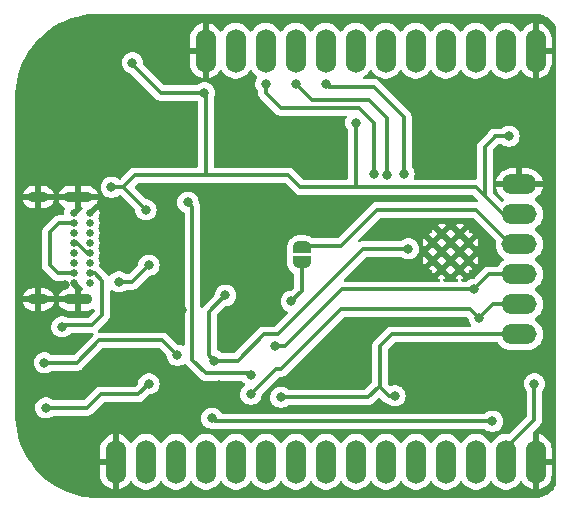
<source format=gbl>
G04 #@! TF.GenerationSoftware,KiCad,Pcbnew,8.0.1-rc1*
G04 #@! TF.CreationDate,2024-03-16T10:29:41-04:00*
G04 #@! TF.ProjectId,keystone-esp,6b657973-746f-46e6-952d-6573702e6b69,rev?*
G04 #@! TF.SameCoordinates,Original*
G04 #@! TF.FileFunction,Copper,L2,Bot*
G04 #@! TF.FilePolarity,Positive*
%FSLAX46Y46*%
G04 Gerber Fmt 4.6, Leading zero omitted, Abs format (unit mm)*
G04 Created by KiCad (PCBNEW 8.0.1-rc1) date 2024-03-16 10:29:41*
%MOMM*%
%LPD*%
G01*
G04 APERTURE LIST*
G04 Aperture macros list*
%AMFreePoly0*
4,1,19,0.500000,-0.750000,0.000000,-0.750000,0.000000,-0.744911,-0.071157,-0.744911,-0.207708,-0.704816,-0.327430,-0.627875,-0.420627,-0.520320,-0.479746,-0.390866,-0.500000,-0.250000,-0.500000,0.250000,-0.479746,0.390866,-0.420627,0.520320,-0.327430,0.627875,-0.207708,0.704816,-0.071157,0.744911,0.000000,0.744911,0.000000,0.750000,0.500000,0.750000,0.500000,-0.750000,0.500000,-0.750000,
$1*%
%AMFreePoly1*
4,1,19,0.000000,0.744911,0.071157,0.744911,0.207708,0.704816,0.327430,0.627875,0.420627,0.520320,0.479746,0.390866,0.500000,0.250000,0.500000,-0.250000,0.479746,-0.390866,0.420627,-0.520320,0.327430,-0.627875,0.207708,-0.704816,0.071157,-0.744911,0.000000,-0.744911,0.000000,-0.750000,-0.500000,-0.750000,-0.500000,0.750000,0.000000,0.750000,0.000000,0.744911,0.000000,0.744911,
$1*%
G04 Aperture macros list end*
G04 #@! TA.AperFunction,ComponentPad*
%ADD10O,1.700000X3.700000*%
G04 #@! TD*
G04 #@! TA.AperFunction,ComponentPad*
%ADD11C,0.650000*%
G04 #@! TD*
G04 #@! TA.AperFunction,ComponentPad*
%ADD12O,1.700000X0.900000*%
G04 #@! TD*
G04 #@! TA.AperFunction,ComponentPad*
%ADD13O,2.400000X0.900000*%
G04 #@! TD*
G04 #@! TA.AperFunction,HeatsinkPad*
%ADD14C,0.600000*%
G04 #@! TD*
G04 #@! TA.AperFunction,SMDPad,CuDef*
%ADD15O,3.000000X1.700000*%
G04 #@! TD*
G04 #@! TA.AperFunction,SMDPad,CuDef*
%ADD16FreePoly0,270.000000*%
G04 #@! TD*
G04 #@! TA.AperFunction,SMDPad,CuDef*
%ADD17FreePoly1,270.000000*%
G04 #@! TD*
G04 #@! TA.AperFunction,ViaPad*
%ADD18C,0.800000*%
G04 #@! TD*
G04 #@! TA.AperFunction,Conductor*
%ADD19C,0.304800*%
G04 #@! TD*
G04 APERTURE END LIST*
D10*
G04 #@! TO.P,J3,1,Pin_1*
G04 #@! TO.N,GND*
X220452000Y-77978000D03*
G04 #@! TO.P,J3,2,Pin_2*
G04 #@! TO.N,/IO36*
X217912000Y-77978000D03*
G04 #@! TO.P,J3,3,Pin_3*
G04 #@! TO.N,/IO39*
X215372000Y-77978000D03*
G04 #@! TO.P,J3,4,Pin_4*
G04 #@! TO.N,/IO34*
X212832000Y-77978000D03*
G04 #@! TO.P,J3,5,Pin_5*
G04 #@! TO.N,/IO35*
X210292000Y-77978000D03*
G04 #@! TO.P,J3,6,Pin_6*
G04 #@! TO.N,/IO32*
X207752000Y-77978000D03*
G04 #@! TO.P,J3,7,Pin_7*
G04 #@! TO.N,/IO33*
X205212000Y-77978000D03*
G04 #@! TO.P,J3,8,Pin_8*
G04 #@! TO.N,/IO25*
X202672000Y-77978000D03*
G04 #@! TO.P,J3,9,Pin_9*
G04 #@! TO.N,/IO26*
X200132000Y-77978000D03*
G04 #@! TO.P,J3,10,Pin_10*
G04 #@! TO.N,/IO27*
X197592000Y-77978000D03*
G04 #@! TO.P,J3,11,Pin_11*
G04 #@! TO.N,/IO14*
X195052000Y-77978000D03*
G04 #@! TO.P,J3,12,Pin_12*
G04 #@! TO.N,GND*
X192512000Y-77978000D03*
G04 #@! TD*
D11*
G04 #@! TO.P,J1,A1,GND*
G04 #@! TO.N,GND*
X182706000Y-91723000D03*
G04 #@! TO.P,J1,A4,VBUS*
G04 #@! TO.N,VBUS*
X182706000Y-92573000D03*
G04 #@! TO.P,J1,A5,CC1*
G04 #@! TO.N,Net-(J1-CC1)*
X182706000Y-93423000D03*
G04 #@! TO.P,J1,A6,DP1*
G04 #@! TO.N,Net-(J1-DP1)*
X182706000Y-94273000D03*
G04 #@! TO.P,J1,A7,DN1*
G04 #@! TO.N,Net-(J1-DN1)*
X182706000Y-95123000D03*
G04 #@! TO.P,J1,A8,SBU1*
G04 #@! TO.N,unconnected-(J1-SBU1-PadA8)*
X182706000Y-95973000D03*
G04 #@! TO.P,J1,A9,VBUS*
G04 #@! TO.N,VBUS*
X182706000Y-96823000D03*
G04 #@! TO.P,J1,A12,GND*
G04 #@! TO.N,GND*
X182706000Y-97673000D03*
G04 #@! TO.P,J1,B1,GND*
X181356000Y-97673000D03*
G04 #@! TO.P,J1,B4,VBUS*
G04 #@! TO.N,VBUS*
X181356000Y-96823000D03*
G04 #@! TO.P,J1,B5,CC2*
G04 #@! TO.N,Net-(J1-CC2)*
X181356000Y-95973000D03*
G04 #@! TO.P,J1,B6,DP2*
G04 #@! TO.N,Net-(J1-DP1)*
X181356000Y-95123000D03*
G04 #@! TO.P,J1,B7,DN2*
G04 #@! TO.N,Net-(J1-DN1)*
X181356000Y-94273000D03*
G04 #@! TO.P,J1,B8,SBU2*
G04 #@! TO.N,unconnected-(J1-SBU2-PadB8)*
X181356000Y-93423000D03*
G04 #@! TO.P,J1,B9,VBUS*
G04 #@! TO.N,VBUS*
X181356000Y-92573000D03*
G04 #@! TO.P,J1,B12,GND*
G04 #@! TO.N,GND*
X181356000Y-91723000D03*
D12*
G04 #@! TO.P,J1,S1,SHELL*
X178346000Y-90373000D03*
G04 #@! TO.P,J1,S2,SHELL*
X178346000Y-99023000D03*
D13*
G04 #@! TO.P,J1,S3,SHELL*
X181726000Y-90373000D03*
G04 #@! TO.P,J1,S4,SHELL*
X181726000Y-99023000D03*
G04 #@! TD*
D10*
G04 #@! TO.P,J4,1,Pin_1*
G04 #@! TO.N,GND*
X220472000Y-112776000D03*
G04 #@! TO.P,J4,2,Pin_2*
G04 #@! TO.N,/IO23*
X217932000Y-112776000D03*
G04 #@! TO.P,J4,3,Pin_3*
G04 #@! TO.N,/IO22*
X215392000Y-112776000D03*
G04 #@! TO.P,J4,4,Pin_4*
G04 #@! TO.N,/IO21*
X212852000Y-112776000D03*
G04 #@! TO.P,J4,5,Pin_5*
G04 #@! TO.N,/IO19*
X210312000Y-112776000D03*
G04 #@! TO.P,J4,6,Pin_6*
G04 #@! TO.N,/IO18*
X207772000Y-112776000D03*
G04 #@! TO.P,J4,7,Pin_7*
G04 #@! TO.N,/IO5*
X205232000Y-112776000D03*
G04 #@! TO.P,J4,8,Pin_8*
G04 #@! TO.N,/IO17*
X202692000Y-112776000D03*
G04 #@! TO.P,J4,9,Pin_9*
G04 #@! TO.N,/IO16*
X200152000Y-112776000D03*
G04 #@! TO.P,J4,10,Pin_10*
G04 #@! TO.N,/IO4*
X197612000Y-112776000D03*
G04 #@! TO.P,J4,11,Pin_11*
G04 #@! TO.N,/IO13*
X195072000Y-112776000D03*
G04 #@! TO.P,J4,12,Pin_12*
G04 #@! TO.N,/IO15*
X192532000Y-112776000D03*
G04 #@! TO.P,J4,13,Pin_13*
G04 #@! TO.N,VCC*
X189992000Y-112776000D03*
G04 #@! TO.P,J4,14,Pin_14*
G04 #@! TO.N,VBUS*
X187452000Y-112776000D03*
G04 #@! TO.P,J4,15,Pin_15*
G04 #@! TO.N,GND*
X184912000Y-112776000D03*
G04 #@! TD*
D14*
G04 #@! TO.P,U4,39,GND*
G04 #@! TO.N,GND*
X214021500Y-93448000D03*
X212496500Y-93448000D03*
X214784000Y-94210500D03*
X213259000Y-94210500D03*
X211734000Y-94210500D03*
X214021500Y-94973000D03*
X212496500Y-94973000D03*
X214784000Y-95735500D03*
X213259000Y-95735500D03*
X211734000Y-95735500D03*
X214021500Y-96498000D03*
X212496500Y-96498000D03*
G04 #@! TD*
D15*
G04 #@! TO.P,J2,1,Pin_1*
G04 #@! TO.N,/IO0*
X219075000Y-101981000D03*
G04 #@! TO.P,J2,2,Pin_2*
G04 #@! TO.N,/RX*
X219075000Y-99441000D03*
G04 #@! TO.P,J2,3,Pin_3*
G04 #@! TO.N,/TX*
X219075000Y-96901000D03*
G04 #@! TO.P,J2,4,Pin_4*
G04 #@! TO.N,Net-(J2-Pin_4)*
X219075000Y-94361000D03*
G04 #@! TO.P,J2,5,Pin_5*
G04 #@! TO.N,/EN*
X219075000Y-91821000D03*
G04 #@! TO.P,J2,6,Pin_6*
G04 #@! TO.N,GND*
X219075000Y-89281000D03*
G04 #@! TD*
D16*
G04 #@! TO.P,JP2,1,A*
G04 #@! TO.N,Net-(J2-Pin_4)*
X200660000Y-94600000D03*
D17*
G04 #@! TO.P,JP2,2,B*
G04 #@! TO.N,VBUS*
X200660000Y-95900000D03*
G04 #@! TD*
D18*
G04 #@! TO.N,GND*
X187960000Y-101473000D03*
X195072000Y-84201000D03*
X193665400Y-106299000D03*
X195199000Y-87503000D03*
X190119000Y-94996000D03*
X184912000Y-99695000D03*
X184531000Y-92075000D03*
X212725000Y-81788000D03*
X180594000Y-97790000D03*
X209550000Y-81407000D03*
X197866000Y-98933000D03*
X205105000Y-90932000D03*
X185801000Y-105791000D03*
X179832000Y-91313000D03*
X190500000Y-99949000D03*
G04 #@! TO.N,VCC*
X216789000Y-109347000D03*
X194183000Y-98688600D03*
X193230500Y-104203500D03*
X193040000Y-109093000D03*
X209677000Y-94742000D03*
G04 #@! TO.N,Net-(D1-A)*
X178852500Y-104394000D03*
X190119000Y-103759000D03*
G04 #@! TO.N,Net-(D2-A)*
X187706000Y-106172000D03*
X178979500Y-108204000D03*
G04 #@! TO.N,VBUS*
X180340000Y-101346000D03*
X199771000Y-99187000D03*
G04 #@! TO.N,Net-(J1-DN1)*
X185166000Y-97536000D03*
X187706000Y-96139000D03*
G04 #@! TO.N,/IO0*
X196342000Y-105410000D03*
X208534000Y-107188000D03*
X191008000Y-90805000D03*
X198882000Y-107315000D03*
G04 #@! TO.N,/RX*
X215686000Y-100624000D03*
X196342000Y-107061000D03*
G04 #@! TO.N,/TX*
X215265000Y-98171000D03*
X198374000Y-102997000D03*
G04 #@! TO.N,/IO25*
X202692000Y-80772000D03*
X209296000Y-88392000D03*
G04 #@! TO.N,/IO26*
X200152000Y-80772000D03*
X207899000Y-88519000D03*
G04 #@! TO.N,/IO27*
X206756000Y-88392000D03*
X197612000Y-80772000D03*
G04 #@! TO.N,/IO23*
X220345000Y-106172000D03*
G04 #@! TO.N,/EN*
X186309000Y-78994000D03*
X218186000Y-85217000D03*
X192405000Y-81534000D03*
X187452000Y-91440000D03*
X184531000Y-89535000D03*
X205232000Y-84074000D03*
G04 #@! TD*
D19*
G04 #@! TO.N,VCC*
X193230500Y-104203500D02*
X195262500Y-104203500D01*
X205867000Y-94742000D02*
X209677000Y-94742000D01*
X197485000Y-101981000D02*
X198628000Y-101981000D01*
X193230500Y-104203500D02*
X192786000Y-103759000D01*
X192786000Y-100085600D02*
X194183000Y-98688600D01*
X195262500Y-104203500D02*
X197485000Y-101981000D01*
X193294000Y-109347000D02*
X193040000Y-109093000D01*
X198628000Y-101981000D02*
X205867000Y-94742000D01*
X192786000Y-103759000D02*
X192786000Y-100085600D01*
X216789000Y-109347000D02*
X193294000Y-109347000D01*
G04 #@! TO.N,Net-(J2-Pin_4)*
X200787000Y-94473000D02*
X203947000Y-94473000D01*
X215392000Y-91440000D02*
X218313000Y-94361000D01*
X218313000Y-94361000D02*
X219075000Y-94361000D01*
X203962000Y-94488000D02*
X207010000Y-91440000D01*
X207010000Y-91440000D02*
X215392000Y-91440000D01*
X200660000Y-94600000D02*
X200787000Y-94473000D01*
X203947000Y-94473000D02*
X203962000Y-94488000D01*
G04 #@! TO.N,Net-(D1-A)*
X190119000Y-103759000D02*
X188849000Y-102489000D01*
X183515000Y-102489000D02*
X181610000Y-104394000D01*
X188849000Y-102489000D02*
X183515000Y-102489000D01*
X181610000Y-104394000D02*
X178852500Y-104394000D01*
G04 #@! TO.N,Net-(D2-A)*
X187706000Y-106172000D02*
X186817000Y-107061000D01*
X182499000Y-108204000D02*
X178979500Y-108204000D01*
X183642000Y-107061000D02*
X182499000Y-108204000D01*
X186817000Y-107061000D02*
X183642000Y-107061000D01*
G04 #@! TO.N,VBUS*
X180008000Y-96823000D02*
X179324000Y-96139000D01*
X179324000Y-93345000D02*
X180096000Y-92573000D01*
X182880000Y-101219000D02*
X180467000Y-101219000D01*
X200660000Y-98298000D02*
X200660000Y-95900000D01*
X180467000Y-101219000D02*
X180340000Y-101346000D01*
X179324000Y-96139000D02*
X179324000Y-93345000D01*
X180096000Y-92573000D02*
X181356000Y-92573000D01*
X183769000Y-97426381D02*
X183769000Y-100330000D01*
X183165619Y-96823000D02*
X183769000Y-97426381D01*
X182706000Y-96823000D02*
X183165619Y-96823000D01*
X183769000Y-100330000D02*
X182880000Y-101219000D01*
X199771000Y-99187000D02*
X200660000Y-98298000D01*
X181356000Y-96823000D02*
X180008000Y-96823000D01*
G04 #@! TO.N,Net-(J1-DN1)*
X182499000Y-95123000D02*
X182706000Y-95123000D01*
X185166000Y-97536000D02*
X186309000Y-97536000D01*
X181356000Y-94273000D02*
X181649000Y-94273000D01*
X181649000Y-94273000D02*
X182499000Y-95123000D01*
X186309000Y-97536000D02*
X187706000Y-96139000D01*
G04 #@! TO.N,/IO0*
X191389000Y-91186000D02*
X191008000Y-90805000D01*
X206274594Y-107315000D02*
X207150297Y-106439297D01*
X196342000Y-105410000D02*
X196215000Y-105283000D01*
X207277297Y-106439297D02*
X207150297Y-106439297D01*
X191389000Y-104140000D02*
X191389000Y-91186000D01*
X208534000Y-107188000D02*
X208026000Y-107188000D01*
X192532000Y-105283000D02*
X191389000Y-104140000D01*
X208026000Y-107188000D02*
X207277297Y-106439297D01*
X207150297Y-106439297D02*
X207264000Y-106325594D01*
X196215000Y-105283000D02*
X192532000Y-105283000D01*
X198882000Y-107315000D02*
X206274594Y-107315000D01*
X208280000Y-101981000D02*
X219075000Y-101981000D01*
X207264000Y-106325594D02*
X207264000Y-102997000D01*
X207264000Y-102997000D02*
X208280000Y-101981000D01*
G04 #@! TO.N,/RX*
X203962000Y-99822000D02*
X214884000Y-99822000D01*
X216869000Y-99441000D02*
X219075000Y-99441000D01*
X214884000Y-99822000D02*
X215686000Y-100624000D01*
X198882000Y-104902000D02*
X203962000Y-99822000D01*
X215686000Y-100624000D02*
X216869000Y-99441000D01*
X198501000Y-104902000D02*
X198882000Y-104902000D01*
X196342000Y-107061000D02*
X198501000Y-104902000D01*
G04 #@! TO.N,/TX*
X198374000Y-102997000D02*
X199263000Y-102997000D01*
X204089000Y-98171000D02*
X215265000Y-98171000D01*
X199263000Y-102997000D02*
X204089000Y-98171000D01*
X215265000Y-98171000D02*
X216535000Y-96901000D01*
X216535000Y-96901000D02*
X219075000Y-96901000D01*
G04 #@! TO.N,/IO25*
X209296000Y-83566000D02*
X206756000Y-81026000D01*
X206756000Y-81026000D02*
X202946000Y-81026000D01*
X209296000Y-88392000D02*
X209296000Y-83566000D01*
X202946000Y-81026000D02*
X202692000Y-80772000D01*
G04 #@! TO.N,/IO26*
X207899000Y-83693000D02*
X206375000Y-82169000D01*
X201549000Y-82169000D02*
X200152000Y-80772000D01*
X206375000Y-82169000D02*
X201549000Y-82169000D01*
X207899000Y-88519000D02*
X207899000Y-83693000D01*
G04 #@! TO.N,/IO27*
X197612000Y-81534000D02*
X197612000Y-80772000D01*
X206756000Y-84074000D02*
X205486000Y-82804000D01*
X206756000Y-88392000D02*
X206756000Y-84074000D01*
X198882000Y-82804000D02*
X197612000Y-81534000D01*
X205486000Y-82804000D02*
X198882000Y-82804000D01*
G04 #@! TO.N,/IO23*
X220345000Y-109220000D02*
X220345000Y-106172000D01*
X217932000Y-112776000D02*
X217932000Y-111633000D01*
X217932000Y-111633000D02*
X220345000Y-109220000D01*
G04 #@! TO.N,/EN*
X199517000Y-88519000D02*
X200533000Y-89535000D01*
X192532000Y-88519000D02*
X192532000Y-81661000D01*
X216154000Y-90297000D02*
X216154000Y-86106000D01*
X215392000Y-89535000D02*
X205232000Y-89535000D01*
X216154000Y-90297000D02*
X215392000Y-89535000D01*
X190373000Y-88519000D02*
X190500000Y-88519000D01*
X219075000Y-91821000D02*
X217678000Y-91821000D01*
X216916000Y-85344000D02*
X217043000Y-85217000D01*
X217678000Y-91821000D02*
X216154000Y-90297000D01*
X205232000Y-84074000D02*
X205232000Y-89535000D01*
X200533000Y-89535000D02*
X205232000Y-89535000D01*
X186563000Y-88519000D02*
X190373000Y-88519000D01*
X184531000Y-89535000D02*
X185547000Y-89535000D01*
X217043000Y-85217000D02*
X218186000Y-85217000D01*
X186309000Y-79121000D02*
X186309000Y-78994000D01*
X188722000Y-81534000D02*
X186309000Y-79121000D01*
X192405000Y-81534000D02*
X188722000Y-81534000D01*
X192532000Y-81661000D02*
X192405000Y-81534000D01*
X190500000Y-88519000D02*
X199517000Y-88519000D01*
X216154000Y-86106000D02*
X216916000Y-85344000D01*
X187452000Y-91440000D02*
X185547000Y-89535000D01*
X186563000Y-88519000D02*
X185547000Y-89535000D01*
G04 #@! TD*
G04 #@! TA.AperFunction,Conductor*
G04 #@! TO.N,GND*
G36*
X181646394Y-97625342D02*
G01*
X181690188Y-97653635D01*
X182058864Y-98022311D01*
X182092349Y-98083634D01*
X182087365Y-98153326D01*
X182058864Y-98197673D01*
X181976000Y-98280536D01*
X181976000Y-98723000D01*
X181476000Y-98723000D01*
X181476000Y-98146553D01*
X181189628Y-97860181D01*
X181156143Y-97798858D01*
X181161127Y-97729166D01*
X181162195Y-97727738D01*
X181186448Y-97786291D01*
X181242709Y-97842552D01*
X181316218Y-97873000D01*
X181395782Y-97873000D01*
X181469291Y-97842552D01*
X181525552Y-97786291D01*
X181556000Y-97712782D01*
X181556000Y-97633218D01*
X181552655Y-97625142D01*
X181576727Y-97620026D01*
X181646394Y-97625342D01*
G37*
G04 #@! TD.AperFunction*
G04 #@! TA.AperFunction,Conductor*
G36*
X215137236Y-92112585D02*
G01*
X215157878Y-92129219D01*
X217058383Y-94029723D01*
X217091868Y-94091046D01*
X217093175Y-94136801D01*
X217074500Y-94254712D01*
X217074500Y-94467286D01*
X217097199Y-94610606D01*
X217107754Y-94677243D01*
X217142894Y-94785393D01*
X217173444Y-94879414D01*
X217269951Y-95068820D01*
X217394890Y-95240786D01*
X217545213Y-95391109D01*
X217717182Y-95516050D01*
X217725946Y-95520516D01*
X217776742Y-95568491D01*
X217793536Y-95636312D01*
X217770998Y-95702447D01*
X217725946Y-95741484D01*
X217717182Y-95745949D01*
X217545213Y-95870890D01*
X217394896Y-96021207D01*
X217345604Y-96089053D01*
X217269949Y-96193184D01*
X217269947Y-96193186D01*
X217267188Y-96196985D01*
X217211858Y-96239651D01*
X217166869Y-96248100D01*
X216470693Y-96248100D01*
X216344561Y-96273189D01*
X216344555Y-96273191D01*
X216225737Y-96322407D01*
X216118797Y-96393861D01*
X216118796Y-96393862D01*
X215278478Y-97234181D01*
X215217155Y-97267666D01*
X215190797Y-97270500D01*
X215170354Y-97270500D01*
X215139501Y-97277058D01*
X214985197Y-97309855D01*
X214985192Y-97309857D01*
X214812270Y-97386848D01*
X214812265Y-97386851D01*
X214664213Y-97494418D01*
X214598407Y-97517898D01*
X214591328Y-97518100D01*
X214258227Y-97518100D01*
X214191188Y-97498415D01*
X214145433Y-97445611D01*
X214135489Y-97376453D01*
X214164514Y-97312897D01*
X214217273Y-97277058D01*
X214370805Y-97223334D01*
X214370806Y-97223334D01*
X214384606Y-97214661D01*
X214384606Y-97214660D01*
X214021501Y-96851553D01*
X214021500Y-96851553D01*
X213658392Y-97214660D01*
X213658392Y-97214661D01*
X213672192Y-97223333D01*
X213672199Y-97223336D01*
X213825728Y-97277059D01*
X213882504Y-97317780D01*
X213908251Y-97382733D01*
X213894795Y-97451295D01*
X213846407Y-97501697D01*
X213784773Y-97518100D01*
X212733227Y-97518100D01*
X212666188Y-97498415D01*
X212620433Y-97445611D01*
X212610489Y-97376453D01*
X212639514Y-97312897D01*
X212692273Y-97277058D01*
X212845805Y-97223334D01*
X212845806Y-97223334D01*
X212859606Y-97214661D01*
X212859606Y-97214660D01*
X212496501Y-96851553D01*
X212496500Y-96851553D01*
X212133392Y-97214660D01*
X212133392Y-97214661D01*
X212147192Y-97223333D01*
X212147199Y-97223336D01*
X212300728Y-97277059D01*
X212357504Y-97317780D01*
X212383251Y-97382733D01*
X212369795Y-97451295D01*
X212321407Y-97501697D01*
X212259773Y-97518100D01*
X204313602Y-97518100D01*
X204246563Y-97498415D01*
X204200808Y-97445611D01*
X204190864Y-97376453D01*
X204219889Y-97312897D01*
X204225921Y-97306419D01*
X205080180Y-96452161D01*
X211370892Y-96452161D01*
X211384692Y-96460833D01*
X211384691Y-96460833D01*
X211554861Y-96520378D01*
X211597482Y-96525180D01*
X211661896Y-96552246D01*
X211701451Y-96609840D01*
X211706819Y-96634515D01*
X211711621Y-96677138D01*
X211771165Y-96847304D01*
X211779838Y-96861107D01*
X212103164Y-96537782D01*
X212296500Y-96537782D01*
X212326948Y-96611291D01*
X212383209Y-96667552D01*
X212456718Y-96698000D01*
X212536282Y-96698000D01*
X212609791Y-96667552D01*
X212666052Y-96611291D01*
X212696500Y-96537782D01*
X212696500Y-96498002D01*
X212850053Y-96498002D01*
X213213160Y-96861106D01*
X213245122Y-96857506D01*
X213272885Y-96857507D01*
X213304838Y-96861107D01*
X213628164Y-96537782D01*
X213821500Y-96537782D01*
X213851948Y-96611291D01*
X213908209Y-96667552D01*
X213981718Y-96698000D01*
X214061282Y-96698000D01*
X214134791Y-96667552D01*
X214191052Y-96611291D01*
X214221500Y-96537782D01*
X214221500Y-96498000D01*
X214375053Y-96498000D01*
X214738160Y-96861106D01*
X214738161Y-96861106D01*
X214746834Y-96847306D01*
X214746834Y-96847305D01*
X214806378Y-96677139D01*
X214811180Y-96634518D01*
X214838246Y-96570103D01*
X214895840Y-96530548D01*
X214920518Y-96525180D01*
X214963139Y-96520378D01*
X215133305Y-96460834D01*
X215133306Y-96460834D01*
X215147106Y-96452161D01*
X215147106Y-96452160D01*
X214784000Y-96089053D01*
X214734055Y-96138999D01*
X214734054Y-96139000D01*
X214375053Y-96497999D01*
X214375053Y-96498000D01*
X214221500Y-96498000D01*
X214221500Y-96458218D01*
X214191052Y-96384709D01*
X214134791Y-96328448D01*
X214061282Y-96298000D01*
X213981718Y-96298000D01*
X213908209Y-96328448D01*
X213851948Y-96384709D01*
X213821500Y-96458218D01*
X213821500Y-96537782D01*
X213628164Y-96537782D01*
X213667946Y-96498000D01*
X213308945Y-96138999D01*
X213259000Y-96089053D01*
X213209055Y-96138999D01*
X213209054Y-96139001D01*
X212850053Y-96497997D01*
X212850053Y-96498002D01*
X212696500Y-96498002D01*
X212696500Y-96458218D01*
X212666052Y-96384709D01*
X212609791Y-96328448D01*
X212536282Y-96298000D01*
X212456718Y-96298000D01*
X212383209Y-96328448D01*
X212326948Y-96384709D01*
X212296500Y-96458218D01*
X212296500Y-96537782D01*
X212103164Y-96537782D01*
X212142946Y-96498000D01*
X211733999Y-96089053D01*
X211733998Y-96089053D01*
X211370892Y-96452160D01*
X211370892Y-96452161D01*
X205080180Y-96452161D01*
X205796839Y-95735502D01*
X210928938Y-95735502D01*
X210949121Y-95914638D01*
X211008665Y-96084804D01*
X211017338Y-96098607D01*
X211340664Y-95775282D01*
X211534000Y-95775282D01*
X211564448Y-95848791D01*
X211620709Y-95905052D01*
X211694218Y-95935500D01*
X211773782Y-95935500D01*
X211847291Y-95905052D01*
X211903552Y-95848791D01*
X211934000Y-95775282D01*
X211934000Y-95735500D01*
X212087553Y-95735500D01*
X212122769Y-95770715D01*
X212496500Y-96144446D01*
X212865664Y-95775282D01*
X213059000Y-95775282D01*
X213089448Y-95848791D01*
X213145709Y-95905052D01*
X213219218Y-95935500D01*
X213298782Y-95935500D01*
X213372291Y-95905052D01*
X213428552Y-95848791D01*
X213459000Y-95775282D01*
X213459000Y-95735500D01*
X213612553Y-95735500D01*
X213647769Y-95770715D01*
X214021500Y-96144446D01*
X214390664Y-95775282D01*
X214584000Y-95775282D01*
X214614448Y-95848791D01*
X214670709Y-95905052D01*
X214744218Y-95935500D01*
X214823782Y-95935500D01*
X214897291Y-95905052D01*
X214953552Y-95848791D01*
X214984000Y-95775282D01*
X214984000Y-95735500D01*
X215137552Y-95735500D01*
X215500660Y-96098606D01*
X215500661Y-96098606D01*
X215509334Y-96084806D01*
X215509334Y-96084805D01*
X215568877Y-95914641D01*
X215568878Y-95914638D01*
X215589062Y-95735502D01*
X215589062Y-95735497D01*
X215568878Y-95556361D01*
X215509333Y-95386192D01*
X215500661Y-95372392D01*
X215500660Y-95372392D01*
X215137552Y-95735500D01*
X214984000Y-95735500D01*
X214984000Y-95695718D01*
X214953552Y-95622209D01*
X214897291Y-95565948D01*
X214823782Y-95535500D01*
X214744218Y-95535500D01*
X214670709Y-95565948D01*
X214614448Y-95622209D01*
X214584000Y-95695718D01*
X214584000Y-95775282D01*
X214390664Y-95775282D01*
X214430446Y-95735500D01*
X214076892Y-95381946D01*
X214021500Y-95326553D01*
X213966108Y-95381946D01*
X213966107Y-95381947D01*
X213612553Y-95735500D01*
X213459000Y-95735500D01*
X213459000Y-95695718D01*
X213428552Y-95622209D01*
X213372291Y-95565948D01*
X213298782Y-95535500D01*
X213219218Y-95535500D01*
X213145709Y-95565948D01*
X213089448Y-95622209D01*
X213059000Y-95695718D01*
X213059000Y-95775282D01*
X212865664Y-95775282D01*
X212905446Y-95735500D01*
X212551892Y-95381946D01*
X212496500Y-95326553D01*
X212441108Y-95381946D01*
X212441107Y-95381947D01*
X212087553Y-95735500D01*
X211934000Y-95735500D01*
X211934000Y-95695718D01*
X211903552Y-95622209D01*
X211847291Y-95565948D01*
X211773782Y-95535500D01*
X211694218Y-95535500D01*
X211620709Y-95565948D01*
X211564448Y-95622209D01*
X211534000Y-95695718D01*
X211534000Y-95775282D01*
X211340664Y-95775282D01*
X211380446Y-95735500D01*
X211380446Y-95735499D01*
X211017338Y-95372391D01*
X211017337Y-95372391D01*
X211008667Y-95386191D01*
X211008662Y-95386201D01*
X210949122Y-95556358D01*
X210949121Y-95556361D01*
X210928938Y-95735497D01*
X210928938Y-95735502D01*
X205796839Y-95735502D01*
X206101122Y-95431219D01*
X206162445Y-95397734D01*
X206188803Y-95394900D01*
X209003328Y-95394900D01*
X209070367Y-95414585D01*
X209076213Y-95418582D01*
X209224265Y-95526148D01*
X209224270Y-95526151D01*
X209397192Y-95603142D01*
X209397197Y-95603144D01*
X209582354Y-95642500D01*
X209582355Y-95642500D01*
X209771644Y-95642500D01*
X209771646Y-95642500D01*
X209956803Y-95603144D01*
X210129730Y-95526151D01*
X210282871Y-95414888D01*
X210409533Y-95274216D01*
X210504179Y-95110284D01*
X210533892Y-95018838D01*
X211370891Y-95018838D01*
X211733998Y-95381946D01*
X211733999Y-95381946D01*
X212103164Y-95012782D01*
X212296500Y-95012782D01*
X212326948Y-95086291D01*
X212383209Y-95142552D01*
X212456718Y-95173000D01*
X212536282Y-95173000D01*
X212609791Y-95142552D01*
X212666052Y-95086291D01*
X212696500Y-95012782D01*
X212696500Y-94973000D01*
X212850053Y-94973000D01*
X212887217Y-95010163D01*
X213259000Y-95381946D01*
X213628164Y-95012782D01*
X213821500Y-95012782D01*
X213851948Y-95086291D01*
X213908209Y-95142552D01*
X213981718Y-95173000D01*
X214061282Y-95173000D01*
X214134791Y-95142552D01*
X214191052Y-95086291D01*
X214221500Y-95012782D01*
X214221500Y-94973000D01*
X214375053Y-94973000D01*
X214412217Y-95010163D01*
X214784000Y-95381946D01*
X214784001Y-95381946D01*
X215147107Y-95018838D01*
X215143507Y-94986885D01*
X215143506Y-94959122D01*
X215147106Y-94927160D01*
X214784000Y-94564053D01*
X214737445Y-94610610D01*
X214737443Y-94610611D01*
X214375053Y-94973000D01*
X214221500Y-94973000D01*
X214221500Y-94933218D01*
X214191052Y-94859709D01*
X214134791Y-94803448D01*
X214061282Y-94773000D01*
X213981718Y-94773000D01*
X213908209Y-94803448D01*
X213851948Y-94859709D01*
X213821500Y-94933218D01*
X213821500Y-95012782D01*
X213628164Y-95012782D01*
X213667946Y-94973000D01*
X213305556Y-94610610D01*
X213259000Y-94564053D01*
X213212444Y-94610610D01*
X213212443Y-94610611D01*
X212850053Y-94973000D01*
X212696500Y-94973000D01*
X212696500Y-94933218D01*
X212666052Y-94859709D01*
X212609791Y-94803448D01*
X212536282Y-94773000D01*
X212456718Y-94773000D01*
X212383209Y-94803448D01*
X212326948Y-94859709D01*
X212296500Y-94933218D01*
X212296500Y-95012782D01*
X212103164Y-95012782D01*
X212105782Y-95010164D01*
X212142946Y-94973000D01*
X211733999Y-94564053D01*
X211733998Y-94564053D01*
X211370892Y-94927160D01*
X211374493Y-94959119D01*
X211374492Y-94986884D01*
X211370891Y-95018838D01*
X210533892Y-95018838D01*
X210562674Y-94930256D01*
X210582460Y-94742000D01*
X210562674Y-94553744D01*
X210504179Y-94373716D01*
X210409948Y-94210502D01*
X210928938Y-94210502D01*
X210949121Y-94389638D01*
X211008665Y-94559804D01*
X211017338Y-94573607D01*
X211340664Y-94250282D01*
X211534000Y-94250282D01*
X211564448Y-94323791D01*
X211620709Y-94380052D01*
X211694218Y-94410500D01*
X211773782Y-94410500D01*
X211847291Y-94380052D01*
X211903552Y-94323791D01*
X211934000Y-94250282D01*
X211934000Y-94210500D01*
X212087553Y-94210500D01*
X212124794Y-94247740D01*
X212496500Y-94619446D01*
X212865664Y-94250282D01*
X213059000Y-94250282D01*
X213089448Y-94323791D01*
X213145709Y-94380052D01*
X213219218Y-94410500D01*
X213298782Y-94410500D01*
X213372291Y-94380052D01*
X213428552Y-94323791D01*
X213459000Y-94250282D01*
X213459000Y-94210500D01*
X213612553Y-94210500D01*
X213649794Y-94247740D01*
X214021500Y-94619446D01*
X214390664Y-94250282D01*
X214584000Y-94250282D01*
X214614448Y-94323791D01*
X214670709Y-94380052D01*
X214744218Y-94410500D01*
X214823782Y-94410500D01*
X214897291Y-94380052D01*
X214953552Y-94323791D01*
X214984000Y-94250282D01*
X214984000Y-94210500D01*
X215137553Y-94210500D01*
X215500660Y-94573606D01*
X215500661Y-94573606D01*
X215509334Y-94559806D01*
X215509334Y-94559805D01*
X215568877Y-94389641D01*
X215568878Y-94389638D01*
X215589062Y-94210502D01*
X215589062Y-94210497D01*
X215568878Y-94031361D01*
X215509333Y-93861192D01*
X215500661Y-93847392D01*
X215500660Y-93847392D01*
X215137553Y-94210500D01*
X214984000Y-94210500D01*
X214984000Y-94170718D01*
X214953552Y-94097209D01*
X214897291Y-94040948D01*
X214823782Y-94010500D01*
X214744218Y-94010500D01*
X214670709Y-94040948D01*
X214614448Y-94097209D01*
X214584000Y-94170718D01*
X214584000Y-94250282D01*
X214390664Y-94250282D01*
X214430446Y-94210500D01*
X214061445Y-93841499D01*
X214021500Y-93801553D01*
X213981555Y-93841499D01*
X213981554Y-93841500D01*
X213612553Y-94210500D01*
X213459000Y-94210500D01*
X213459000Y-94170718D01*
X213428552Y-94097209D01*
X213372291Y-94040948D01*
X213298782Y-94010500D01*
X213219218Y-94010500D01*
X213145709Y-94040948D01*
X213089448Y-94097209D01*
X213059000Y-94170718D01*
X213059000Y-94250282D01*
X212865664Y-94250282D01*
X212905446Y-94210500D01*
X212536445Y-93841499D01*
X212496500Y-93801553D01*
X212456555Y-93841499D01*
X212456554Y-93841500D01*
X212087553Y-94210500D01*
X211934000Y-94210500D01*
X211934000Y-94170718D01*
X211903552Y-94097209D01*
X211847291Y-94040948D01*
X211773782Y-94010500D01*
X211694218Y-94010500D01*
X211620709Y-94040948D01*
X211564448Y-94097209D01*
X211534000Y-94170718D01*
X211534000Y-94250282D01*
X211340664Y-94250282D01*
X211380446Y-94210500D01*
X211380446Y-94210499D01*
X211017338Y-93847391D01*
X211017337Y-93847391D01*
X211008667Y-93861191D01*
X211008662Y-93861201D01*
X210949122Y-94031358D01*
X210949121Y-94031361D01*
X210928938Y-94210497D01*
X210928938Y-94210502D01*
X210409948Y-94210502D01*
X210409533Y-94209784D01*
X210282871Y-94069112D01*
X210277787Y-94065418D01*
X210129734Y-93957851D01*
X210129729Y-93957848D01*
X209956807Y-93880857D01*
X209956802Y-93880855D01*
X209799361Y-93847391D01*
X209771646Y-93841500D01*
X209582354Y-93841500D01*
X209554639Y-93847391D01*
X209397197Y-93880855D01*
X209397192Y-93880857D01*
X209224270Y-93957848D01*
X209224265Y-93957851D01*
X209076213Y-94065418D01*
X209010407Y-94088898D01*
X209003328Y-94089100D01*
X205802693Y-94089100D01*
X205676561Y-94114189D01*
X205676555Y-94114191D01*
X205557733Y-94163408D01*
X205557732Y-94163409D01*
X205556374Y-94164317D01*
X205555555Y-94164573D01*
X205552366Y-94166278D01*
X205552042Y-94165672D01*
X205489694Y-94185187D01*
X205422316Y-94166695D01*
X205375632Y-94114711D01*
X205364463Y-94045740D01*
X205392356Y-93981679D01*
X205399807Y-93973533D01*
X205879502Y-93493838D01*
X211370891Y-93493838D01*
X211733998Y-93856946D01*
X211733999Y-93856946D01*
X212103165Y-93487782D01*
X212296500Y-93487782D01*
X212326948Y-93561291D01*
X212383209Y-93617552D01*
X212456718Y-93648000D01*
X212536282Y-93648000D01*
X212609791Y-93617552D01*
X212666052Y-93561291D01*
X212696500Y-93487782D01*
X212696500Y-93447999D01*
X212850053Y-93447999D01*
X213259000Y-93856946D01*
X213628165Y-93487782D01*
X213821500Y-93487782D01*
X213851948Y-93561291D01*
X213908209Y-93617552D01*
X213981718Y-93648000D01*
X214061282Y-93648000D01*
X214134791Y-93617552D01*
X214191052Y-93561291D01*
X214221500Y-93487782D01*
X214221500Y-93447999D01*
X214375053Y-93447999D01*
X214784000Y-93856946D01*
X214784001Y-93856946D01*
X215147107Y-93493838D01*
X215133304Y-93485165D01*
X214963138Y-93425621D01*
X214920515Y-93420819D01*
X214856102Y-93393752D01*
X214816547Y-93336157D01*
X214811180Y-93311482D01*
X214806378Y-93268861D01*
X214746833Y-93098692D01*
X214738161Y-93084892D01*
X214738160Y-93084892D01*
X214375053Y-93447998D01*
X214375053Y-93447999D01*
X214221500Y-93447999D01*
X214221500Y-93408218D01*
X214191052Y-93334709D01*
X214134791Y-93278448D01*
X214061282Y-93248000D01*
X213981718Y-93248000D01*
X213908209Y-93278448D01*
X213851948Y-93334709D01*
X213821500Y-93408218D01*
X213821500Y-93487782D01*
X213628165Y-93487782D01*
X213634739Y-93481208D01*
X213667946Y-93447999D01*
X213667946Y-93447998D01*
X213304837Y-93084890D01*
X213272885Y-93088491D01*
X213245122Y-93088492D01*
X213213160Y-93084891D01*
X212850053Y-93447998D01*
X212850053Y-93447999D01*
X212696500Y-93447999D01*
X212696500Y-93408218D01*
X212666052Y-93334709D01*
X212609791Y-93278448D01*
X212536282Y-93248000D01*
X212456718Y-93248000D01*
X212383209Y-93278448D01*
X212326948Y-93334709D01*
X212296500Y-93408218D01*
X212296500Y-93487782D01*
X212103165Y-93487782D01*
X212109739Y-93481208D01*
X212142946Y-93447999D01*
X212142946Y-93447998D01*
X211779838Y-93084891D01*
X211779837Y-93084891D01*
X211771167Y-93098691D01*
X211771162Y-93098701D01*
X211711622Y-93268858D01*
X211706819Y-93311484D01*
X211679752Y-93375898D01*
X211622156Y-93415452D01*
X211597484Y-93420819D01*
X211554858Y-93425622D01*
X211384701Y-93485162D01*
X211384691Y-93485167D01*
X211370891Y-93493837D01*
X211370891Y-93493838D01*
X205879502Y-93493838D01*
X206642001Y-92731338D01*
X212133391Y-92731338D01*
X212496500Y-93094446D01*
X212496501Y-93094446D01*
X212859607Y-92731338D01*
X213658391Y-92731338D01*
X214021500Y-93094446D01*
X214021501Y-93094446D01*
X214384607Y-92731338D01*
X214370804Y-92722665D01*
X214200638Y-92663121D01*
X214021503Y-92642938D01*
X214021497Y-92642938D01*
X213842361Y-92663121D01*
X213842358Y-92663122D01*
X213672201Y-92722662D01*
X213672191Y-92722667D01*
X213658391Y-92731337D01*
X213658391Y-92731338D01*
X212859607Y-92731338D01*
X212845804Y-92722665D01*
X212675638Y-92663121D01*
X212496503Y-92642938D01*
X212496497Y-92642938D01*
X212317361Y-92663121D01*
X212317358Y-92663122D01*
X212147201Y-92722662D01*
X212147191Y-92722667D01*
X212133391Y-92731337D01*
X212133391Y-92731338D01*
X206642001Y-92731338D01*
X207244121Y-92129218D01*
X207305444Y-92095734D01*
X207331802Y-92092900D01*
X215070197Y-92092900D01*
X215137236Y-92112585D01*
G37*
G04 #@! TD.AperFunction*
G04 #@! TA.AperFunction,Conductor*
G36*
X181976000Y-91115462D02*
G01*
X182058864Y-91198326D01*
X182092349Y-91259649D01*
X182087365Y-91329341D01*
X182058864Y-91373688D01*
X181690187Y-91742364D01*
X181628864Y-91775849D01*
X181576726Y-91775974D01*
X181552654Y-91770857D01*
X181556000Y-91762782D01*
X181556000Y-91683218D01*
X181525552Y-91609709D01*
X181469291Y-91553448D01*
X181395782Y-91523000D01*
X181316218Y-91523000D01*
X181242709Y-91553448D01*
X181186448Y-91609709D01*
X181163196Y-91665843D01*
X181154571Y-91605853D01*
X181183596Y-91542297D01*
X181189628Y-91535819D01*
X181475999Y-91249447D01*
X181476000Y-91249446D01*
X181476000Y-90673000D01*
X181976000Y-90673000D01*
X181976000Y-91115462D01*
G37*
G04 #@! TD.AperFunction*
G04 #@! TA.AperFunction,Conductor*
G36*
X220404060Y-74839020D02*
G01*
X220538061Y-74841295D01*
X220553594Y-74842538D01*
X220819923Y-74880830D01*
X220837209Y-74884590D01*
X221094357Y-74960096D01*
X221110929Y-74966277D01*
X221354717Y-75077612D01*
X221370238Y-75086087D01*
X221595701Y-75230984D01*
X221609856Y-75241580D01*
X221754505Y-75366919D01*
X221812403Y-75417088D01*
X221824913Y-75429598D01*
X222000417Y-75632140D01*
X222011019Y-75646303D01*
X222129315Y-75830375D01*
X222149000Y-75897415D01*
X222149000Y-114780366D01*
X222129315Y-114847405D01*
X222129315Y-114847406D01*
X222010925Y-115031623D01*
X222000323Y-115045786D01*
X221824828Y-115248319D01*
X221812318Y-115260829D01*
X221609789Y-115436322D01*
X221595625Y-115446925D01*
X221370178Y-115591810D01*
X221354650Y-115600288D01*
X221110890Y-115711609D01*
X221094314Y-115717792D01*
X220837185Y-115793292D01*
X220819897Y-115797053D01*
X220553536Y-115835350D01*
X220538101Y-115836592D01*
X220407818Y-115838916D01*
X220404120Y-115838982D01*
X220401910Y-115839002D01*
X183403586Y-115839002D01*
X183402454Y-115838997D01*
X183145236Y-115836649D01*
X183137101Y-115836307D01*
X182623598Y-115797824D01*
X182614384Y-115796786D01*
X182105743Y-115720121D01*
X182096632Y-115718397D01*
X181595143Y-115603936D01*
X181586186Y-115601536D01*
X181094647Y-115449917D01*
X181085894Y-115446854D01*
X180607079Y-115258933D01*
X180598579Y-115255225D01*
X180135126Y-115032037D01*
X180126928Y-115027704D01*
X179742444Y-114805723D01*
X179681463Y-114770515D01*
X179673615Y-114765585D01*
X179512097Y-114655464D01*
X179248596Y-114475811D01*
X179241137Y-114470306D01*
X179162334Y-114407463D01*
X179020329Y-114294217D01*
X178838980Y-114149596D01*
X178831952Y-114143548D01*
X178550334Y-113882246D01*
X183562000Y-113882246D01*
X183595242Y-114092127D01*
X183595242Y-114092130D01*
X183660904Y-114294217D01*
X183757379Y-114483557D01*
X183882272Y-114655459D01*
X183882276Y-114655464D01*
X184032535Y-114805723D01*
X184032540Y-114805727D01*
X184204442Y-114930620D01*
X184393782Y-115027095D01*
X184595871Y-115092757D01*
X184662000Y-115103231D01*
X184662000Y-113209012D01*
X184719007Y-113241925D01*
X184846174Y-113276000D01*
X184977826Y-113276000D01*
X185104993Y-113241925D01*
X185162000Y-113209012D01*
X185162000Y-115103230D01*
X185228126Y-115092757D01*
X185228129Y-115092757D01*
X185430217Y-115027095D01*
X185619557Y-114930620D01*
X185791459Y-114805727D01*
X185791464Y-114805723D01*
X185941723Y-114655464D01*
X185941727Y-114655459D01*
X186066620Y-114483558D01*
X186071232Y-114474507D01*
X186119205Y-114423709D01*
X186187025Y-114406912D01*
X186253161Y-114429447D01*
X186292204Y-114474504D01*
X186296949Y-114483817D01*
X186421890Y-114655786D01*
X186572213Y-114806109D01*
X186744179Y-114931048D01*
X186744181Y-114931049D01*
X186744184Y-114931051D01*
X186933588Y-115027557D01*
X187135757Y-115093246D01*
X187345713Y-115126500D01*
X187345714Y-115126500D01*
X187558286Y-115126500D01*
X187558287Y-115126500D01*
X187768243Y-115093246D01*
X187970412Y-115027557D01*
X188159816Y-114931051D01*
X188181789Y-114915086D01*
X188331786Y-114806109D01*
X188331788Y-114806106D01*
X188331792Y-114806104D01*
X188482104Y-114655792D01*
X188482106Y-114655788D01*
X188482109Y-114655786D01*
X188607048Y-114483820D01*
X188607047Y-114483820D01*
X188607051Y-114483816D01*
X188611514Y-114475054D01*
X188659488Y-114424259D01*
X188727308Y-114407463D01*
X188793444Y-114429999D01*
X188832484Y-114475054D01*
X188836591Y-114483115D01*
X188836951Y-114483820D01*
X188961890Y-114655786D01*
X189112213Y-114806109D01*
X189284179Y-114931048D01*
X189284181Y-114931049D01*
X189284184Y-114931051D01*
X189473588Y-115027557D01*
X189675757Y-115093246D01*
X189885713Y-115126500D01*
X189885714Y-115126500D01*
X190098286Y-115126500D01*
X190098287Y-115126500D01*
X190308243Y-115093246D01*
X190510412Y-115027557D01*
X190699816Y-114931051D01*
X190721789Y-114915086D01*
X190871786Y-114806109D01*
X190871788Y-114806106D01*
X190871792Y-114806104D01*
X191022104Y-114655792D01*
X191022106Y-114655788D01*
X191022109Y-114655786D01*
X191147048Y-114483820D01*
X191147047Y-114483820D01*
X191147051Y-114483816D01*
X191151514Y-114475054D01*
X191199488Y-114424259D01*
X191267308Y-114407463D01*
X191333444Y-114429999D01*
X191372484Y-114475054D01*
X191376591Y-114483115D01*
X191376951Y-114483820D01*
X191501890Y-114655786D01*
X191652213Y-114806109D01*
X191824179Y-114931048D01*
X191824181Y-114931049D01*
X191824184Y-114931051D01*
X192013588Y-115027557D01*
X192215757Y-115093246D01*
X192425713Y-115126500D01*
X192425714Y-115126500D01*
X192638286Y-115126500D01*
X192638287Y-115126500D01*
X192848243Y-115093246D01*
X193050412Y-115027557D01*
X193239816Y-114931051D01*
X193261789Y-114915086D01*
X193411786Y-114806109D01*
X193411788Y-114806106D01*
X193411792Y-114806104D01*
X193562104Y-114655792D01*
X193562106Y-114655788D01*
X193562109Y-114655786D01*
X193687048Y-114483820D01*
X193687047Y-114483820D01*
X193687051Y-114483816D01*
X193691514Y-114475054D01*
X193739488Y-114424259D01*
X193807308Y-114407463D01*
X193873444Y-114429999D01*
X193912484Y-114475054D01*
X193916591Y-114483115D01*
X193916951Y-114483820D01*
X194041890Y-114655786D01*
X194192213Y-114806109D01*
X194364179Y-114931048D01*
X194364181Y-114931049D01*
X194364184Y-114931051D01*
X194553588Y-115027557D01*
X194755757Y-115093246D01*
X194965713Y-115126500D01*
X194965714Y-115126500D01*
X195178286Y-115126500D01*
X195178287Y-115126500D01*
X195388243Y-115093246D01*
X195590412Y-115027557D01*
X195779816Y-114931051D01*
X195801789Y-114915086D01*
X195951786Y-114806109D01*
X195951788Y-114806106D01*
X195951792Y-114806104D01*
X196102104Y-114655792D01*
X196102106Y-114655788D01*
X196102109Y-114655786D01*
X196227048Y-114483820D01*
X196227047Y-114483820D01*
X196227051Y-114483816D01*
X196231514Y-114475054D01*
X196279488Y-114424259D01*
X196347308Y-114407463D01*
X196413444Y-114429999D01*
X196452484Y-114475054D01*
X196456591Y-114483115D01*
X196456951Y-114483820D01*
X196581890Y-114655786D01*
X196732213Y-114806109D01*
X196904179Y-114931048D01*
X196904181Y-114931049D01*
X196904184Y-114931051D01*
X197093588Y-115027557D01*
X197295757Y-115093246D01*
X197505713Y-115126500D01*
X197505714Y-115126500D01*
X197718286Y-115126500D01*
X197718287Y-115126500D01*
X197928243Y-115093246D01*
X198130412Y-115027557D01*
X198319816Y-114931051D01*
X198341789Y-114915086D01*
X198491786Y-114806109D01*
X198491788Y-114806106D01*
X198491792Y-114806104D01*
X198642104Y-114655792D01*
X198642106Y-114655788D01*
X198642109Y-114655786D01*
X198767048Y-114483820D01*
X198767047Y-114483820D01*
X198767051Y-114483816D01*
X198771514Y-114475054D01*
X198819488Y-114424259D01*
X198887308Y-114407463D01*
X198953444Y-114429999D01*
X198992484Y-114475054D01*
X198996591Y-114483115D01*
X198996951Y-114483820D01*
X199121890Y-114655786D01*
X199272213Y-114806109D01*
X199444179Y-114931048D01*
X199444181Y-114931049D01*
X199444184Y-114931051D01*
X199633588Y-115027557D01*
X199835757Y-115093246D01*
X200045713Y-115126500D01*
X200045714Y-115126500D01*
X200258286Y-115126500D01*
X200258287Y-115126500D01*
X200468243Y-115093246D01*
X200670412Y-115027557D01*
X200859816Y-114931051D01*
X200881789Y-114915086D01*
X201031786Y-114806109D01*
X201031788Y-114806106D01*
X201031792Y-114806104D01*
X201182104Y-114655792D01*
X201182106Y-114655788D01*
X201182109Y-114655786D01*
X201307048Y-114483820D01*
X201307047Y-114483820D01*
X201307051Y-114483816D01*
X201311514Y-114475054D01*
X201359488Y-114424259D01*
X201427308Y-114407463D01*
X201493444Y-114429999D01*
X201532484Y-114475054D01*
X201536591Y-114483115D01*
X201536951Y-114483820D01*
X201661890Y-114655786D01*
X201812213Y-114806109D01*
X201984179Y-114931048D01*
X201984181Y-114931049D01*
X201984184Y-114931051D01*
X202173588Y-115027557D01*
X202375757Y-115093246D01*
X202585713Y-115126500D01*
X202585714Y-115126500D01*
X202798286Y-115126500D01*
X202798287Y-115126500D01*
X203008243Y-115093246D01*
X203210412Y-115027557D01*
X203399816Y-114931051D01*
X203421789Y-114915086D01*
X203571786Y-114806109D01*
X203571788Y-114806106D01*
X203571792Y-114806104D01*
X203722104Y-114655792D01*
X203722106Y-114655788D01*
X203722109Y-114655786D01*
X203847048Y-114483820D01*
X203847047Y-114483820D01*
X203847051Y-114483816D01*
X203851514Y-114475054D01*
X203899488Y-114424259D01*
X203967308Y-114407463D01*
X204033444Y-114429999D01*
X204072484Y-114475054D01*
X204076591Y-114483115D01*
X204076951Y-114483820D01*
X204201890Y-114655786D01*
X204352213Y-114806109D01*
X204524179Y-114931048D01*
X204524181Y-114931049D01*
X204524184Y-114931051D01*
X204713588Y-115027557D01*
X204915757Y-115093246D01*
X205125713Y-115126500D01*
X205125714Y-115126500D01*
X205338286Y-115126500D01*
X205338287Y-115126500D01*
X205548243Y-115093246D01*
X205750412Y-115027557D01*
X205939816Y-114931051D01*
X205961789Y-114915086D01*
X206111786Y-114806109D01*
X206111788Y-114806106D01*
X206111792Y-114806104D01*
X206262104Y-114655792D01*
X206262106Y-114655788D01*
X206262109Y-114655786D01*
X206387048Y-114483820D01*
X206387047Y-114483820D01*
X206387051Y-114483816D01*
X206391514Y-114475054D01*
X206439488Y-114424259D01*
X206507308Y-114407463D01*
X206573444Y-114429999D01*
X206612484Y-114475054D01*
X206616591Y-114483115D01*
X206616951Y-114483820D01*
X206741890Y-114655786D01*
X206892213Y-114806109D01*
X207064179Y-114931048D01*
X207064181Y-114931049D01*
X207064184Y-114931051D01*
X207253588Y-115027557D01*
X207455757Y-115093246D01*
X207665713Y-115126500D01*
X207665714Y-115126500D01*
X207878286Y-115126500D01*
X207878287Y-115126500D01*
X208088243Y-115093246D01*
X208290412Y-115027557D01*
X208479816Y-114931051D01*
X208501789Y-114915086D01*
X208651786Y-114806109D01*
X208651788Y-114806106D01*
X208651792Y-114806104D01*
X208802104Y-114655792D01*
X208802106Y-114655788D01*
X208802109Y-114655786D01*
X208927048Y-114483820D01*
X208927047Y-114483820D01*
X208927051Y-114483816D01*
X208931514Y-114475054D01*
X208979488Y-114424259D01*
X209047308Y-114407463D01*
X209113444Y-114429999D01*
X209152484Y-114475054D01*
X209156591Y-114483115D01*
X209156951Y-114483820D01*
X209281890Y-114655786D01*
X209432213Y-114806109D01*
X209604179Y-114931048D01*
X209604181Y-114931049D01*
X209604184Y-114931051D01*
X209793588Y-115027557D01*
X209995757Y-115093246D01*
X210205713Y-115126500D01*
X210205714Y-115126500D01*
X210418286Y-115126500D01*
X210418287Y-115126500D01*
X210628243Y-115093246D01*
X210830412Y-115027557D01*
X211019816Y-114931051D01*
X211041789Y-114915086D01*
X211191786Y-114806109D01*
X211191788Y-114806106D01*
X211191792Y-114806104D01*
X211342104Y-114655792D01*
X211342106Y-114655788D01*
X211342109Y-114655786D01*
X211467048Y-114483820D01*
X211467047Y-114483820D01*
X211467051Y-114483816D01*
X211471514Y-114475054D01*
X211519488Y-114424259D01*
X211587308Y-114407463D01*
X211653444Y-114429999D01*
X211692484Y-114475054D01*
X211696591Y-114483115D01*
X211696951Y-114483820D01*
X211821890Y-114655786D01*
X211972213Y-114806109D01*
X212144179Y-114931048D01*
X212144181Y-114931049D01*
X212144184Y-114931051D01*
X212333588Y-115027557D01*
X212535757Y-115093246D01*
X212745713Y-115126500D01*
X212745714Y-115126500D01*
X212958286Y-115126500D01*
X212958287Y-115126500D01*
X213168243Y-115093246D01*
X213370412Y-115027557D01*
X213559816Y-114931051D01*
X213581789Y-114915086D01*
X213731786Y-114806109D01*
X213731788Y-114806106D01*
X213731792Y-114806104D01*
X213882104Y-114655792D01*
X213882106Y-114655788D01*
X213882109Y-114655786D01*
X214007048Y-114483820D01*
X214007047Y-114483820D01*
X214007051Y-114483816D01*
X214011514Y-114475054D01*
X214059488Y-114424259D01*
X214127308Y-114407463D01*
X214193444Y-114429999D01*
X214232484Y-114475054D01*
X214236591Y-114483115D01*
X214236951Y-114483820D01*
X214361890Y-114655786D01*
X214512213Y-114806109D01*
X214684179Y-114931048D01*
X214684181Y-114931049D01*
X214684184Y-114931051D01*
X214873588Y-115027557D01*
X215075757Y-115093246D01*
X215285713Y-115126500D01*
X215285714Y-115126500D01*
X215498286Y-115126500D01*
X215498287Y-115126500D01*
X215708243Y-115093246D01*
X215910412Y-115027557D01*
X216099816Y-114931051D01*
X216121789Y-114915086D01*
X216271786Y-114806109D01*
X216271788Y-114806106D01*
X216271792Y-114806104D01*
X216422104Y-114655792D01*
X216422106Y-114655788D01*
X216422109Y-114655786D01*
X216547048Y-114483820D01*
X216547047Y-114483820D01*
X216547051Y-114483816D01*
X216551514Y-114475054D01*
X216599488Y-114424259D01*
X216667308Y-114407463D01*
X216733444Y-114429999D01*
X216772484Y-114475054D01*
X216776591Y-114483115D01*
X216776951Y-114483820D01*
X216901890Y-114655786D01*
X217052213Y-114806109D01*
X217224179Y-114931048D01*
X217224181Y-114931049D01*
X217224184Y-114931051D01*
X217413588Y-115027557D01*
X217615757Y-115093246D01*
X217825713Y-115126500D01*
X217825714Y-115126500D01*
X218038286Y-115126500D01*
X218038287Y-115126500D01*
X218248243Y-115093246D01*
X218450412Y-115027557D01*
X218639816Y-114931051D01*
X218661789Y-114915086D01*
X218811786Y-114806109D01*
X218811788Y-114806106D01*
X218811792Y-114806104D01*
X218962104Y-114655792D01*
X218962106Y-114655788D01*
X218962109Y-114655786D01*
X219087048Y-114483820D01*
X219087051Y-114483816D01*
X219091793Y-114474508D01*
X219139763Y-114423711D01*
X219207583Y-114406911D01*
X219273719Y-114429445D01*
X219312763Y-114474500D01*
X219317377Y-114483555D01*
X219442272Y-114655459D01*
X219442276Y-114655464D01*
X219592535Y-114805723D01*
X219592540Y-114805727D01*
X219764442Y-114930620D01*
X219953782Y-115027095D01*
X220155871Y-115092757D01*
X220222000Y-115103231D01*
X220222000Y-113209012D01*
X220279007Y-113241925D01*
X220406174Y-113276000D01*
X220537826Y-113276000D01*
X220664993Y-113241925D01*
X220722000Y-113209012D01*
X220722000Y-115103230D01*
X220788126Y-115092757D01*
X220788129Y-115092757D01*
X220990217Y-115027095D01*
X221179557Y-114930620D01*
X221351459Y-114805727D01*
X221351464Y-114805723D01*
X221501723Y-114655464D01*
X221501727Y-114655459D01*
X221626620Y-114483557D01*
X221723095Y-114294217D01*
X221788757Y-114092130D01*
X221788757Y-114092127D01*
X221822000Y-113882246D01*
X221822000Y-113026000D01*
X220905012Y-113026000D01*
X220937925Y-112968993D01*
X220972000Y-112841826D01*
X220972000Y-112710174D01*
X220937925Y-112583007D01*
X220905012Y-112526000D01*
X221822000Y-112526000D01*
X221822000Y-111669753D01*
X221788757Y-111459872D01*
X221788757Y-111459869D01*
X221723095Y-111257782D01*
X221626620Y-111068442D01*
X221501727Y-110896540D01*
X221501723Y-110896535D01*
X221351464Y-110746276D01*
X221351459Y-110746272D01*
X221179557Y-110621379D01*
X220990215Y-110524903D01*
X220788124Y-110459241D01*
X220722000Y-110448768D01*
X220722000Y-112342988D01*
X220664993Y-112310075D01*
X220537826Y-112276000D01*
X220406174Y-112276000D01*
X220279007Y-112310075D01*
X220222000Y-112342988D01*
X220222000Y-110446322D01*
X220187416Y-110393345D01*
X220186916Y-110323477D01*
X220218456Y-110269883D01*
X220852140Y-109636200D01*
X220923592Y-109529264D01*
X220972809Y-109410444D01*
X220974436Y-109402264D01*
X220997900Y-109284305D01*
X220997900Y-106840256D01*
X221017585Y-106773217D01*
X221029750Y-106757284D01*
X221077533Y-106704216D01*
X221172179Y-106540284D01*
X221230674Y-106360256D01*
X221250460Y-106172000D01*
X221230674Y-105983744D01*
X221172179Y-105803716D01*
X221077533Y-105639784D01*
X220950871Y-105499112D01*
X220925382Y-105480593D01*
X220797734Y-105387851D01*
X220797729Y-105387848D01*
X220624807Y-105310857D01*
X220624802Y-105310855D01*
X220479001Y-105279865D01*
X220439646Y-105271500D01*
X220250354Y-105271500D01*
X220217897Y-105278398D01*
X220065197Y-105310855D01*
X220065192Y-105310857D01*
X219892270Y-105387848D01*
X219892265Y-105387851D01*
X219739129Y-105499111D01*
X219612466Y-105639785D01*
X219517821Y-105803715D01*
X219517818Y-105803722D01*
X219459327Y-105983740D01*
X219459326Y-105983744D01*
X219439540Y-106172000D01*
X219459326Y-106360256D01*
X219459327Y-106360259D01*
X219517818Y-106540277D01*
X219517821Y-106540284D01*
X219612467Y-106704216D01*
X219660250Y-106757284D01*
X219690480Y-106820275D01*
X219692100Y-106840256D01*
X219692100Y-108898196D01*
X219672415Y-108965235D01*
X219655781Y-108985877D01*
X218236513Y-110405144D01*
X218175190Y-110438629D01*
X218129433Y-110439936D01*
X218038291Y-110425500D01*
X218038287Y-110425500D01*
X217825713Y-110425500D01*
X217777042Y-110433208D01*
X217615760Y-110458753D01*
X217413585Y-110524444D01*
X217224179Y-110620951D01*
X217052213Y-110745890D01*
X216901890Y-110896213D01*
X216776949Y-111068182D01*
X216772484Y-111076946D01*
X216724509Y-111127742D01*
X216656688Y-111144536D01*
X216590553Y-111121998D01*
X216551516Y-111076946D01*
X216547050Y-111068182D01*
X216422109Y-110896213D01*
X216271786Y-110745890D01*
X216099820Y-110620951D01*
X215910414Y-110524444D01*
X215910413Y-110524443D01*
X215910412Y-110524443D01*
X215708243Y-110458754D01*
X215708241Y-110458753D01*
X215708240Y-110458753D01*
X215546957Y-110433208D01*
X215498287Y-110425500D01*
X215285713Y-110425500D01*
X215237042Y-110433208D01*
X215075760Y-110458753D01*
X214873585Y-110524444D01*
X214684179Y-110620951D01*
X214512213Y-110745890D01*
X214361890Y-110896213D01*
X214236949Y-111068182D01*
X214232484Y-111076946D01*
X214184509Y-111127742D01*
X214116688Y-111144536D01*
X214050553Y-111121998D01*
X214011516Y-111076946D01*
X214007050Y-111068182D01*
X213882109Y-110896213D01*
X213731786Y-110745890D01*
X213559820Y-110620951D01*
X213370414Y-110524444D01*
X213370413Y-110524443D01*
X213370412Y-110524443D01*
X213168243Y-110458754D01*
X213168241Y-110458753D01*
X213168240Y-110458753D01*
X213006957Y-110433208D01*
X212958287Y-110425500D01*
X212745713Y-110425500D01*
X212697042Y-110433208D01*
X212535760Y-110458753D01*
X212333585Y-110524444D01*
X212144179Y-110620951D01*
X211972213Y-110745890D01*
X211821890Y-110896213D01*
X211696949Y-111068182D01*
X211692484Y-111076946D01*
X211644509Y-111127742D01*
X211576688Y-111144536D01*
X211510553Y-111121998D01*
X211471516Y-111076946D01*
X211467050Y-111068182D01*
X211342109Y-110896213D01*
X211191786Y-110745890D01*
X211019820Y-110620951D01*
X210830414Y-110524444D01*
X210830413Y-110524443D01*
X210830412Y-110524443D01*
X210628243Y-110458754D01*
X210628241Y-110458753D01*
X210628240Y-110458753D01*
X210466957Y-110433208D01*
X210418287Y-110425500D01*
X210205713Y-110425500D01*
X210157042Y-110433208D01*
X209995760Y-110458753D01*
X209793585Y-110524444D01*
X209604179Y-110620951D01*
X209432213Y-110745890D01*
X209281890Y-110896213D01*
X209156949Y-111068182D01*
X209152484Y-111076946D01*
X209104509Y-111127742D01*
X209036688Y-111144536D01*
X208970553Y-111121998D01*
X208931516Y-111076946D01*
X208927050Y-111068182D01*
X208802109Y-110896213D01*
X208651786Y-110745890D01*
X208479820Y-110620951D01*
X208290414Y-110524444D01*
X208290413Y-110524443D01*
X208290412Y-110524443D01*
X208088243Y-110458754D01*
X208088241Y-110458753D01*
X208088240Y-110458753D01*
X207926957Y-110433208D01*
X207878287Y-110425500D01*
X207665713Y-110425500D01*
X207617042Y-110433208D01*
X207455760Y-110458753D01*
X207253585Y-110524444D01*
X207064179Y-110620951D01*
X206892213Y-110745890D01*
X206741890Y-110896213D01*
X206616949Y-111068182D01*
X206612484Y-111076946D01*
X206564509Y-111127742D01*
X206496688Y-111144536D01*
X206430553Y-111121998D01*
X206391516Y-111076946D01*
X206387050Y-111068182D01*
X206262109Y-110896213D01*
X206111786Y-110745890D01*
X205939820Y-110620951D01*
X205750414Y-110524444D01*
X205750413Y-110524443D01*
X205750412Y-110524443D01*
X205548243Y-110458754D01*
X205548241Y-110458753D01*
X205548240Y-110458753D01*
X205386957Y-110433208D01*
X205338287Y-110425500D01*
X205125713Y-110425500D01*
X205077042Y-110433208D01*
X204915760Y-110458753D01*
X204713585Y-110524444D01*
X204524179Y-110620951D01*
X204352213Y-110745890D01*
X204201890Y-110896213D01*
X204076949Y-111068182D01*
X204072484Y-111076946D01*
X204024509Y-111127742D01*
X203956688Y-111144536D01*
X203890553Y-111121998D01*
X203851516Y-111076946D01*
X203847050Y-111068182D01*
X203722109Y-110896213D01*
X203571786Y-110745890D01*
X203399820Y-110620951D01*
X203210414Y-110524444D01*
X203210413Y-110524443D01*
X203210412Y-110524443D01*
X203008243Y-110458754D01*
X203008241Y-110458753D01*
X203008240Y-110458753D01*
X202846957Y-110433208D01*
X202798287Y-110425500D01*
X202585713Y-110425500D01*
X202537042Y-110433208D01*
X202375760Y-110458753D01*
X202173585Y-110524444D01*
X201984179Y-110620951D01*
X201812213Y-110745890D01*
X201661890Y-110896213D01*
X201536949Y-111068182D01*
X201532484Y-111076946D01*
X201484509Y-111127742D01*
X201416688Y-111144536D01*
X201350553Y-111121998D01*
X201311516Y-111076946D01*
X201307050Y-111068182D01*
X201182109Y-110896213D01*
X201031786Y-110745890D01*
X200859820Y-110620951D01*
X200670414Y-110524444D01*
X200670413Y-110524443D01*
X200670412Y-110524443D01*
X200468243Y-110458754D01*
X200468241Y-110458753D01*
X200468240Y-110458753D01*
X200306957Y-110433208D01*
X200258287Y-110425500D01*
X200045713Y-110425500D01*
X199997042Y-110433208D01*
X199835760Y-110458753D01*
X199633585Y-110524444D01*
X199444179Y-110620951D01*
X199272213Y-110745890D01*
X199121890Y-110896213D01*
X198996949Y-111068182D01*
X198992484Y-111076946D01*
X198944509Y-111127742D01*
X198876688Y-111144536D01*
X198810553Y-111121998D01*
X198771516Y-111076946D01*
X198767050Y-111068182D01*
X198642109Y-110896213D01*
X198491786Y-110745890D01*
X198319820Y-110620951D01*
X198130414Y-110524444D01*
X198130413Y-110524443D01*
X198130412Y-110524443D01*
X197928243Y-110458754D01*
X197928241Y-110458753D01*
X197928240Y-110458753D01*
X197766957Y-110433208D01*
X197718287Y-110425500D01*
X197505713Y-110425500D01*
X197457042Y-110433208D01*
X197295760Y-110458753D01*
X197093585Y-110524444D01*
X196904179Y-110620951D01*
X196732213Y-110745890D01*
X196581890Y-110896213D01*
X196456949Y-111068182D01*
X196452484Y-111076946D01*
X196404509Y-111127742D01*
X196336688Y-111144536D01*
X196270553Y-111121998D01*
X196231516Y-111076946D01*
X196227050Y-111068182D01*
X196102109Y-110896213D01*
X195951786Y-110745890D01*
X195779820Y-110620951D01*
X195590414Y-110524444D01*
X195590413Y-110524443D01*
X195590412Y-110524443D01*
X195388243Y-110458754D01*
X195388241Y-110458753D01*
X195388240Y-110458753D01*
X195226957Y-110433208D01*
X195178287Y-110425500D01*
X194965713Y-110425500D01*
X194917042Y-110433208D01*
X194755760Y-110458753D01*
X194553585Y-110524444D01*
X194364179Y-110620951D01*
X194192213Y-110745890D01*
X194041890Y-110896213D01*
X193916949Y-111068182D01*
X193912484Y-111076946D01*
X193864509Y-111127742D01*
X193796688Y-111144536D01*
X193730553Y-111121998D01*
X193691516Y-111076946D01*
X193687050Y-111068182D01*
X193562109Y-110896213D01*
X193411786Y-110745890D01*
X193239820Y-110620951D01*
X193050414Y-110524444D01*
X193050413Y-110524443D01*
X193050412Y-110524443D01*
X192848243Y-110458754D01*
X192848241Y-110458753D01*
X192848240Y-110458753D01*
X192686957Y-110433208D01*
X192638287Y-110425500D01*
X192425713Y-110425500D01*
X192377042Y-110433208D01*
X192215760Y-110458753D01*
X192013585Y-110524444D01*
X191824179Y-110620951D01*
X191652213Y-110745890D01*
X191501890Y-110896213D01*
X191376949Y-111068182D01*
X191372484Y-111076946D01*
X191324509Y-111127742D01*
X191256688Y-111144536D01*
X191190553Y-111121998D01*
X191151516Y-111076946D01*
X191147050Y-111068182D01*
X191022109Y-110896213D01*
X190871786Y-110745890D01*
X190699820Y-110620951D01*
X190510414Y-110524444D01*
X190510413Y-110524443D01*
X190510412Y-110524443D01*
X190308243Y-110458754D01*
X190308241Y-110458753D01*
X190308240Y-110458753D01*
X190146957Y-110433208D01*
X190098287Y-110425500D01*
X189885713Y-110425500D01*
X189837042Y-110433208D01*
X189675760Y-110458753D01*
X189473585Y-110524444D01*
X189284179Y-110620951D01*
X189112213Y-110745890D01*
X188961890Y-110896213D01*
X188836949Y-111068182D01*
X188832484Y-111076946D01*
X188784509Y-111127742D01*
X188716688Y-111144536D01*
X188650553Y-111121998D01*
X188611516Y-111076946D01*
X188607050Y-111068182D01*
X188482109Y-110896213D01*
X188331786Y-110745890D01*
X188159820Y-110620951D01*
X187970414Y-110524444D01*
X187970413Y-110524443D01*
X187970412Y-110524443D01*
X187768243Y-110458754D01*
X187768241Y-110458753D01*
X187768240Y-110458753D01*
X187606957Y-110433208D01*
X187558287Y-110425500D01*
X187345713Y-110425500D01*
X187297042Y-110433208D01*
X187135760Y-110458753D01*
X186933585Y-110524444D01*
X186744179Y-110620951D01*
X186572213Y-110745890D01*
X186421890Y-110896213D01*
X186296949Y-111068182D01*
X186292202Y-111077499D01*
X186244227Y-111128293D01*
X186176405Y-111145087D01*
X186110271Y-111122548D01*
X186071234Y-111077495D01*
X186066622Y-111068444D01*
X185941727Y-110896540D01*
X185941723Y-110896535D01*
X185791464Y-110746276D01*
X185791459Y-110746272D01*
X185619557Y-110621379D01*
X185430215Y-110524903D01*
X185228124Y-110459241D01*
X185162000Y-110448768D01*
X185162000Y-112342988D01*
X185104993Y-112310075D01*
X184977826Y-112276000D01*
X184846174Y-112276000D01*
X184719007Y-112310075D01*
X184662000Y-112342988D01*
X184662000Y-110448768D01*
X184661999Y-110448768D01*
X184595875Y-110459241D01*
X184393784Y-110524903D01*
X184204442Y-110621379D01*
X184032540Y-110746272D01*
X184032535Y-110746276D01*
X183882276Y-110896535D01*
X183882272Y-110896540D01*
X183757379Y-111068442D01*
X183660904Y-111257782D01*
X183595242Y-111459869D01*
X183595242Y-111459872D01*
X183562000Y-111669753D01*
X183562000Y-112526000D01*
X184478988Y-112526000D01*
X184446075Y-112583007D01*
X184412000Y-112710174D01*
X184412000Y-112841826D01*
X184446075Y-112968993D01*
X184478988Y-113026000D01*
X183562000Y-113026000D01*
X183562000Y-113882246D01*
X178550334Y-113882246D01*
X178454873Y-113793671D01*
X178448327Y-113787125D01*
X178098455Y-113410052D01*
X178092410Y-113403028D01*
X177897964Y-113159201D01*
X177771688Y-113000856D01*
X177766187Y-112993403D01*
X177476408Y-112568376D01*
X177471489Y-112560545D01*
X177214296Y-112115073D01*
X177209963Y-112106875D01*
X176986775Y-111643422D01*
X176983067Y-111634922D01*
X176914364Y-111459869D01*
X176795142Y-111156096D01*
X176792083Y-111147355D01*
X176791383Y-111145087D01*
X176640460Y-110655806D01*
X176638063Y-110646858D01*
X176595129Y-110458753D01*
X176523602Y-110145369D01*
X176521878Y-110136258D01*
X176504292Y-110019585D01*
X176445212Y-109627615D01*
X176444175Y-109618403D01*
X176437944Y-109535259D01*
X176405690Y-109104873D01*
X176405351Y-109096790D01*
X176403005Y-108839547D01*
X176403000Y-108838417D01*
X176403000Y-108204000D01*
X178074040Y-108204000D01*
X178093826Y-108392256D01*
X178093827Y-108392259D01*
X178152318Y-108572277D01*
X178152321Y-108572284D01*
X178246967Y-108736216D01*
X178340007Y-108839547D01*
X178373629Y-108876888D01*
X178526765Y-108988148D01*
X178526770Y-108988151D01*
X178699692Y-109065142D01*
X178699697Y-109065144D01*
X178884854Y-109104500D01*
X178884855Y-109104500D01*
X179074144Y-109104500D01*
X179074146Y-109104500D01*
X179128250Y-109093000D01*
X192134540Y-109093000D01*
X192154326Y-109281256D01*
X192154327Y-109281259D01*
X192212818Y-109461277D01*
X192212821Y-109461284D01*
X192307467Y-109625216D01*
X192388559Y-109715277D01*
X192434129Y-109765888D01*
X192587265Y-109877148D01*
X192587270Y-109877151D01*
X192760192Y-109954142D01*
X192760197Y-109954144D01*
X192945354Y-109993500D01*
X192945355Y-109993500D01*
X193134642Y-109993500D01*
X193134646Y-109993500D01*
X193140089Y-109992342D01*
X193190061Y-109992016D01*
X193209292Y-109995841D01*
X193229694Y-109999900D01*
X193229695Y-109999900D01*
X216115328Y-109999900D01*
X216182367Y-110019585D01*
X216188213Y-110023582D01*
X216336265Y-110131148D01*
X216336270Y-110131151D01*
X216509192Y-110208142D01*
X216509197Y-110208144D01*
X216694354Y-110247500D01*
X216694355Y-110247500D01*
X216883644Y-110247500D01*
X216883646Y-110247500D01*
X217068803Y-110208144D01*
X217241730Y-110131151D01*
X217394871Y-110019888D01*
X217521533Y-109879216D01*
X217616179Y-109715284D01*
X217674674Y-109535256D01*
X217694460Y-109347000D01*
X217674674Y-109158744D01*
X217616179Y-108978716D01*
X217521533Y-108814784D01*
X217394871Y-108674112D01*
X217389787Y-108670418D01*
X217241734Y-108562851D01*
X217241729Y-108562848D01*
X217068807Y-108485857D01*
X217068802Y-108485855D01*
X216923001Y-108454865D01*
X216883646Y-108446500D01*
X216694354Y-108446500D01*
X216661897Y-108453398D01*
X216509197Y-108485855D01*
X216509192Y-108485857D01*
X216336270Y-108562848D01*
X216336265Y-108562851D01*
X216188213Y-108670418D01*
X216122407Y-108693898D01*
X216115328Y-108694100D01*
X193921094Y-108694100D01*
X193854055Y-108674415D01*
X193813707Y-108632100D01*
X193772533Y-108560784D01*
X193645871Y-108420112D01*
X193645870Y-108420111D01*
X193492734Y-108308851D01*
X193492729Y-108308848D01*
X193319807Y-108231857D01*
X193319802Y-108231855D01*
X193174001Y-108200865D01*
X193134646Y-108192500D01*
X192945354Y-108192500D01*
X192912897Y-108199398D01*
X192760197Y-108231855D01*
X192760192Y-108231857D01*
X192587270Y-108308848D01*
X192587265Y-108308851D01*
X192434129Y-108420111D01*
X192307466Y-108560785D01*
X192212821Y-108724715D01*
X192212818Y-108724722D01*
X192154327Y-108904740D01*
X192154326Y-108904744D01*
X192134540Y-109093000D01*
X179128250Y-109093000D01*
X179259303Y-109065144D01*
X179432230Y-108988151D01*
X179485348Y-108949559D01*
X179580287Y-108880582D01*
X179646093Y-108857102D01*
X179653172Y-108856900D01*
X182563307Y-108856900D01*
X182656224Y-108838417D01*
X182689444Y-108831809D01*
X182808264Y-108782592D01*
X182829492Y-108768408D01*
X182915200Y-108711141D01*
X183876121Y-107750218D01*
X183937444Y-107716734D01*
X183963802Y-107713900D01*
X186881307Y-107713900D01*
X186975626Y-107695138D01*
X187007444Y-107688809D01*
X187126264Y-107639592D01*
X187149204Y-107624264D01*
X187233200Y-107568141D01*
X187692521Y-107108818D01*
X187753844Y-107075334D01*
X187780202Y-107072500D01*
X187800644Y-107072500D01*
X187800646Y-107072500D01*
X187985803Y-107033144D01*
X188158730Y-106956151D01*
X188311871Y-106844888D01*
X188438533Y-106704216D01*
X188533179Y-106540284D01*
X188591674Y-106360256D01*
X188611460Y-106172000D01*
X188591674Y-105983744D01*
X188533179Y-105803716D01*
X188438533Y-105639784D01*
X188311871Y-105499112D01*
X188286382Y-105480593D01*
X188158734Y-105387851D01*
X188158729Y-105387848D01*
X187985807Y-105310857D01*
X187985802Y-105310855D01*
X187840001Y-105279865D01*
X187800646Y-105271500D01*
X187611354Y-105271500D01*
X187578897Y-105278398D01*
X187426197Y-105310855D01*
X187426192Y-105310857D01*
X187253270Y-105387848D01*
X187253265Y-105387851D01*
X187100129Y-105499111D01*
X186973466Y-105639785D01*
X186878821Y-105803715D01*
X186878818Y-105803722D01*
X186820327Y-105983739D01*
X186820327Y-105983740D01*
X186820326Y-105983744D01*
X186807229Y-106108351D01*
X186780644Y-106172965D01*
X186771589Y-106183069D01*
X186582878Y-106371781D01*
X186521555Y-106405266D01*
X186495197Y-106408100D01*
X183577693Y-106408100D01*
X183451561Y-106433189D01*
X183451555Y-106433191D01*
X183332737Y-106482407D01*
X183225797Y-106553861D01*
X183225796Y-106553862D01*
X182264878Y-107514781D01*
X182203555Y-107548266D01*
X182177197Y-107551100D01*
X179653172Y-107551100D01*
X179586133Y-107531415D01*
X179580287Y-107527418D01*
X179432234Y-107419851D01*
X179432229Y-107419848D01*
X179259307Y-107342857D01*
X179259302Y-107342855D01*
X179113501Y-107311865D01*
X179074146Y-107303500D01*
X178884854Y-107303500D01*
X178852397Y-107310398D01*
X178699697Y-107342855D01*
X178699692Y-107342857D01*
X178526770Y-107419848D01*
X178526765Y-107419851D01*
X178373629Y-107531111D01*
X178246966Y-107671785D01*
X178152321Y-107835715D01*
X178152318Y-107835722D01*
X178093827Y-108015740D01*
X178093826Y-108015744D01*
X178074040Y-108204000D01*
X176403000Y-108204000D01*
X176403000Y-104394000D01*
X177947040Y-104394000D01*
X177966826Y-104582256D01*
X177966827Y-104582259D01*
X178025318Y-104762277D01*
X178025321Y-104762284D01*
X178119967Y-104926216D01*
X178223963Y-105041715D01*
X178246629Y-105066888D01*
X178399765Y-105178148D01*
X178399770Y-105178151D01*
X178572692Y-105255142D01*
X178572697Y-105255144D01*
X178757854Y-105294500D01*
X178757855Y-105294500D01*
X178947144Y-105294500D01*
X178947146Y-105294500D01*
X179132303Y-105255144D01*
X179305230Y-105178151D01*
X179410751Y-105101486D01*
X179453287Y-105070582D01*
X179519093Y-105047102D01*
X179526172Y-105046900D01*
X181674307Y-105046900D01*
X181759165Y-105030019D01*
X181800444Y-105021809D01*
X181919264Y-104972592D01*
X181928673Y-104966305D01*
X182026200Y-104901141D01*
X183749121Y-103178218D01*
X183810444Y-103144734D01*
X183836802Y-103141900D01*
X188527197Y-103141900D01*
X188594236Y-103161585D01*
X188614878Y-103178219D01*
X189184589Y-103747930D01*
X189218074Y-103809253D01*
X189220228Y-103822647D01*
X189225285Y-103870753D01*
X189233326Y-103947257D01*
X189233327Y-103947260D01*
X189291818Y-104127277D01*
X189291821Y-104127284D01*
X189386467Y-104291216D01*
X189479789Y-104394860D01*
X189513129Y-104431888D01*
X189666265Y-104543148D01*
X189666270Y-104543151D01*
X189839192Y-104620142D01*
X189839197Y-104620144D01*
X190024354Y-104659500D01*
X190024355Y-104659500D01*
X190213644Y-104659500D01*
X190213646Y-104659500D01*
X190398803Y-104620144D01*
X190571730Y-104543151D01*
X190670303Y-104471533D01*
X190736105Y-104448055D01*
X190804159Y-104463880D01*
X190846287Y-104502962D01*
X190881860Y-104556202D01*
X190881863Y-104556205D01*
X192115794Y-105790135D01*
X192115797Y-105790138D01*
X192221410Y-105860706D01*
X192221406Y-105860710D01*
X192221432Y-105860720D01*
X192222736Y-105861592D01*
X192222738Y-105861593D01*
X192222740Y-105861594D01*
X192266629Y-105879773D01*
X192341556Y-105910809D01*
X192341560Y-105910809D01*
X192341561Y-105910810D01*
X192467692Y-105935900D01*
X192467695Y-105935900D01*
X195548572Y-105935900D01*
X195615611Y-105955585D01*
X195640721Y-105976927D01*
X195736129Y-106082888D01*
X195808106Y-106135182D01*
X195850771Y-106190512D01*
X195856750Y-106260125D01*
X195824144Y-106321920D01*
X195808106Y-106335818D01*
X195736127Y-106388113D01*
X195609466Y-106528785D01*
X195514821Y-106692715D01*
X195514818Y-106692722D01*
X195473374Y-106820275D01*
X195456326Y-106872744D01*
X195436540Y-107061000D01*
X195456326Y-107249256D01*
X195456327Y-107249259D01*
X195514818Y-107429277D01*
X195514821Y-107429284D01*
X195609467Y-107593216D01*
X195723817Y-107720214D01*
X195736129Y-107733888D01*
X195889265Y-107845148D01*
X195889270Y-107845151D01*
X196062192Y-107922142D01*
X196062197Y-107922144D01*
X196247354Y-107961500D01*
X196247355Y-107961500D01*
X196436644Y-107961500D01*
X196436646Y-107961500D01*
X196621803Y-107922144D01*
X196794730Y-107845151D01*
X196947871Y-107733888D01*
X197074533Y-107593216D01*
X197169179Y-107429284D01*
X197227674Y-107249256D01*
X197240769Y-107124648D01*
X197267352Y-107060035D01*
X197276400Y-107049938D01*
X198735121Y-105591219D01*
X198796444Y-105557734D01*
X198822802Y-105554900D01*
X198946307Y-105554900D01*
X199031165Y-105538019D01*
X199072444Y-105529809D01*
X199191264Y-105480592D01*
X199204871Y-105471500D01*
X199298200Y-105409141D01*
X204196121Y-100511218D01*
X204257444Y-100477734D01*
X204283802Y-100474900D01*
X214562197Y-100474900D01*
X214629236Y-100494585D01*
X214649878Y-100511219D01*
X214751589Y-100612930D01*
X214785074Y-100674253D01*
X214787229Y-100687649D01*
X214800326Y-100812257D01*
X214800327Y-100812260D01*
X214858818Y-100992277D01*
X214858821Y-100992284D01*
X214945317Y-101142100D01*
X214961790Y-101210001D01*
X214938937Y-101276027D01*
X214884016Y-101319218D01*
X214837930Y-101328100D01*
X208215693Y-101328100D01*
X208089561Y-101353189D01*
X208089555Y-101353191D01*
X207970737Y-101402407D01*
X207863795Y-101473862D01*
X206756862Y-102580795D01*
X206685407Y-102687737D01*
X206636191Y-102806555D01*
X206636189Y-102806561D01*
X206611100Y-102932692D01*
X206611100Y-106003791D01*
X206591415Y-106070830D01*
X206574781Y-106091472D01*
X206040472Y-106625781D01*
X205979149Y-106659266D01*
X205952791Y-106662100D01*
X199555672Y-106662100D01*
X199488633Y-106642415D01*
X199482787Y-106638418D01*
X199334734Y-106530851D01*
X199334729Y-106530848D01*
X199161807Y-106453857D01*
X199161802Y-106453855D01*
X199016001Y-106422865D01*
X198976646Y-106414500D01*
X198787354Y-106414500D01*
X198754897Y-106421398D01*
X198602197Y-106453855D01*
X198602192Y-106453857D01*
X198429270Y-106530848D01*
X198429265Y-106530851D01*
X198276129Y-106642111D01*
X198149466Y-106782785D01*
X198054821Y-106946715D01*
X198054818Y-106946722D01*
X198002150Y-107108819D01*
X197996326Y-107126744D01*
X197976540Y-107315000D01*
X197996326Y-107503256D01*
X197996327Y-107503259D01*
X198054818Y-107683277D01*
X198054821Y-107683284D01*
X198149467Y-107847216D01*
X198252369Y-107961500D01*
X198276129Y-107987888D01*
X198429265Y-108099148D01*
X198429270Y-108099151D01*
X198602192Y-108176142D01*
X198602197Y-108176144D01*
X198787354Y-108215500D01*
X198787355Y-108215500D01*
X198976644Y-108215500D01*
X198976646Y-108215500D01*
X199161803Y-108176144D01*
X199334730Y-108099151D01*
X199403562Y-108049142D01*
X199482787Y-107991582D01*
X199548593Y-107968102D01*
X199555672Y-107967900D01*
X206338901Y-107967900D01*
X206423759Y-107951019D01*
X206465038Y-107942809D01*
X206583858Y-107893592D01*
X206591479Y-107888500D01*
X206690794Y-107822141D01*
X207126116Y-107386816D01*
X207187437Y-107353333D01*
X207257129Y-107358317D01*
X207301477Y-107386818D01*
X207462926Y-107548266D01*
X207609801Y-107695141D01*
X207642118Y-107716734D01*
X207663769Y-107731201D01*
X207716729Y-107766588D01*
X207716735Y-107766591D01*
X207716736Y-107766592D01*
X207835556Y-107815809D01*
X207858480Y-107820369D01*
X207920391Y-107852751D01*
X207926435Y-107859007D01*
X207928129Y-107860888D01*
X207928131Y-107860890D01*
X207928135Y-107860893D01*
X208081265Y-107972148D01*
X208081270Y-107972151D01*
X208254192Y-108049142D01*
X208254197Y-108049144D01*
X208439354Y-108088500D01*
X208439355Y-108088500D01*
X208628644Y-108088500D01*
X208628646Y-108088500D01*
X208813803Y-108049144D01*
X208986730Y-107972151D01*
X209139871Y-107860888D01*
X209266533Y-107720216D01*
X209361179Y-107556284D01*
X209419674Y-107376256D01*
X209439460Y-107188000D01*
X209419674Y-106999744D01*
X209361179Y-106819716D01*
X209266533Y-106655784D01*
X209139871Y-106515112D01*
X209094858Y-106482408D01*
X208986734Y-106403851D01*
X208986729Y-106403848D01*
X208813807Y-106326857D01*
X208813802Y-106326855D01*
X208668001Y-106295865D01*
X208628646Y-106287500D01*
X208439354Y-106287500D01*
X208399999Y-106295865D01*
X208254198Y-106326855D01*
X208254197Y-106326855D01*
X208217188Y-106343333D01*
X208147938Y-106352616D01*
X208084662Y-106322986D01*
X208079074Y-106317733D01*
X207953219Y-106191878D01*
X207919734Y-106130555D01*
X207916900Y-106104197D01*
X207916900Y-103318803D01*
X207936585Y-103251764D01*
X207953219Y-103231122D01*
X208514122Y-102670219D01*
X208575445Y-102636734D01*
X208601803Y-102633900D01*
X217166869Y-102633900D01*
X217233908Y-102653585D01*
X217267188Y-102685015D01*
X217269947Y-102688813D01*
X217269949Y-102688816D01*
X217269952Y-102688820D01*
X217394896Y-102860792D01*
X217545213Y-103011109D01*
X217717179Y-103136048D01*
X217717181Y-103136049D01*
X217717184Y-103136051D01*
X217906588Y-103232557D01*
X218108757Y-103298246D01*
X218318713Y-103331500D01*
X218318714Y-103331500D01*
X219831286Y-103331500D01*
X219831287Y-103331500D01*
X220041243Y-103298246D01*
X220243412Y-103232557D01*
X220432816Y-103136051D01*
X220512183Y-103078388D01*
X220604786Y-103011109D01*
X220604788Y-103011106D01*
X220604792Y-103011104D01*
X220755104Y-102860792D01*
X220755106Y-102860788D01*
X220755109Y-102860786D01*
X220880048Y-102688820D01*
X220880047Y-102688820D01*
X220880051Y-102688816D01*
X220976557Y-102499412D01*
X221042246Y-102297243D01*
X221075500Y-102087287D01*
X221075500Y-101874713D01*
X221042246Y-101664757D01*
X220976557Y-101462588D01*
X220880051Y-101273184D01*
X220880049Y-101273181D01*
X220880048Y-101273179D01*
X220755109Y-101101213D01*
X220604786Y-100950890D01*
X220432820Y-100825951D01*
X220432115Y-100825591D01*
X220424054Y-100821485D01*
X220373259Y-100773512D01*
X220356463Y-100705692D01*
X220378999Y-100639556D01*
X220424054Y-100600515D01*
X220432816Y-100596051D01*
X220488797Y-100555379D01*
X220604786Y-100471109D01*
X220604788Y-100471106D01*
X220604792Y-100471104D01*
X220755104Y-100320792D01*
X220755106Y-100320788D01*
X220755109Y-100320786D01*
X220880048Y-100148820D01*
X220880047Y-100148820D01*
X220880051Y-100148816D01*
X220976557Y-99959412D01*
X221042246Y-99757243D01*
X221075500Y-99547287D01*
X221075500Y-99334713D01*
X221042246Y-99124757D01*
X220976557Y-98922588D01*
X220880051Y-98733184D01*
X220880049Y-98733181D01*
X220880048Y-98733179D01*
X220755109Y-98561213D01*
X220604786Y-98410890D01*
X220432820Y-98285951D01*
X220431122Y-98285086D01*
X220424054Y-98281485D01*
X220373259Y-98233512D01*
X220356463Y-98165692D01*
X220378999Y-98099556D01*
X220424054Y-98060515D01*
X220432816Y-98056051D01*
X220472032Y-98027559D01*
X220604786Y-97931109D01*
X220604788Y-97931106D01*
X220604792Y-97931104D01*
X220755104Y-97780792D01*
X220755106Y-97780788D01*
X220755109Y-97780786D01*
X220868044Y-97625342D01*
X220880051Y-97608816D01*
X220976557Y-97419412D01*
X221042246Y-97217243D01*
X221075500Y-97007287D01*
X221075500Y-96794713D01*
X221042246Y-96584757D01*
X220976557Y-96382588D01*
X220880051Y-96193184D01*
X220880049Y-96193181D01*
X220880048Y-96193179D01*
X220755109Y-96021213D01*
X220604786Y-95870890D01*
X220432820Y-95745951D01*
X220432115Y-95745591D01*
X220424054Y-95741485D01*
X220373259Y-95693512D01*
X220356463Y-95625692D01*
X220378999Y-95559556D01*
X220424054Y-95520515D01*
X220432816Y-95516051D01*
X220501553Y-95466111D01*
X220604786Y-95391109D01*
X220604788Y-95391106D01*
X220604792Y-95391104D01*
X220755104Y-95240792D01*
X220755106Y-95240788D01*
X220755109Y-95240786D01*
X220880048Y-95068820D01*
X220880047Y-95068820D01*
X220880051Y-95068816D01*
X220976557Y-94879412D01*
X221042246Y-94677243D01*
X221075500Y-94467287D01*
X221075500Y-94254713D01*
X221042246Y-94044757D01*
X220976557Y-93842588D01*
X220880051Y-93653184D01*
X220880049Y-93653181D01*
X220880048Y-93653179D01*
X220755106Y-93481210D01*
X220604786Y-93330890D01*
X220432820Y-93205951D01*
X220432115Y-93205591D01*
X220424054Y-93201485D01*
X220373259Y-93153512D01*
X220356463Y-93085692D01*
X220378999Y-93019556D01*
X220424054Y-92980515D01*
X220432816Y-92976051D01*
X220522894Y-92910606D01*
X220604786Y-92851109D01*
X220604788Y-92851106D01*
X220604792Y-92851104D01*
X220755104Y-92700792D01*
X220755106Y-92700788D01*
X220755109Y-92700786D01*
X220880048Y-92528820D01*
X220880047Y-92528820D01*
X220880051Y-92528816D01*
X220976557Y-92339412D01*
X221042246Y-92137243D01*
X221075500Y-91927287D01*
X221075500Y-91714713D01*
X221042246Y-91504757D01*
X220976557Y-91302588D01*
X220880051Y-91113184D01*
X220880049Y-91113181D01*
X220880048Y-91113179D01*
X220755109Y-90941213D01*
X220604786Y-90790890D01*
X220432817Y-90665949D01*
X220423504Y-90661204D01*
X220372707Y-90613230D01*
X220355912Y-90545409D01*
X220378449Y-90479274D01*
X220423507Y-90440232D01*
X220432558Y-90435620D01*
X220604459Y-90310727D01*
X220604464Y-90310723D01*
X220754723Y-90160464D01*
X220754727Y-90160459D01*
X220879620Y-89988557D01*
X220976095Y-89799217D01*
X221041757Y-89597129D01*
X221041757Y-89597126D01*
X221052231Y-89531000D01*
X217097769Y-89531000D01*
X217108242Y-89597126D01*
X217108242Y-89597129D01*
X217173904Y-89799217D01*
X217270379Y-89988557D01*
X217395272Y-90160459D01*
X217395276Y-90160464D01*
X217545535Y-90310723D01*
X217545540Y-90310727D01*
X217717444Y-90435622D01*
X217726495Y-90440234D01*
X217777292Y-90488208D01*
X217794087Y-90556029D01*
X217771550Y-90622164D01*
X217726499Y-90661202D01*
X217717190Y-90665944D01*
X217717183Y-90665949D01*
X217645961Y-90717694D01*
X217580154Y-90741173D01*
X217512100Y-90725347D01*
X217485396Y-90705056D01*
X217176484Y-90396144D01*
X216843219Y-90062878D01*
X216809734Y-90001555D01*
X216806900Y-89975197D01*
X216806900Y-89031000D01*
X217097769Y-89031000D01*
X218825000Y-89031000D01*
X218825000Y-87931000D01*
X219325000Y-87931000D01*
X219325000Y-89031000D01*
X221052231Y-89031000D01*
X221041757Y-88964873D01*
X221041757Y-88964870D01*
X220976095Y-88762782D01*
X220879620Y-88573442D01*
X220754727Y-88401540D01*
X220754723Y-88401535D01*
X220604464Y-88251276D01*
X220604459Y-88251272D01*
X220432557Y-88126379D01*
X220243217Y-88029904D01*
X220041129Y-87964242D01*
X219831246Y-87931000D01*
X219325000Y-87931000D01*
X218825000Y-87931000D01*
X218318754Y-87931000D01*
X218108872Y-87964242D01*
X218108869Y-87964242D01*
X217906782Y-88029904D01*
X217717442Y-88126379D01*
X217545540Y-88251272D01*
X217545535Y-88251276D01*
X217395276Y-88401535D01*
X217395272Y-88401540D01*
X217270379Y-88573442D01*
X217173904Y-88762782D01*
X217108242Y-88964870D01*
X217108242Y-88964873D01*
X217097769Y-89031000D01*
X216806900Y-89031000D01*
X216806900Y-86427802D01*
X216826585Y-86360763D01*
X216843219Y-86340121D01*
X217277121Y-85906219D01*
X217338444Y-85872734D01*
X217364802Y-85869900D01*
X217512328Y-85869900D01*
X217579367Y-85889585D01*
X217585213Y-85893582D01*
X217733265Y-86001148D01*
X217733270Y-86001151D01*
X217906192Y-86078142D01*
X217906197Y-86078144D01*
X218091354Y-86117500D01*
X218091355Y-86117500D01*
X218280644Y-86117500D01*
X218280646Y-86117500D01*
X218465803Y-86078144D01*
X218638730Y-86001151D01*
X218791871Y-85889888D01*
X218918533Y-85749216D01*
X219013179Y-85585284D01*
X219071674Y-85405256D01*
X219091460Y-85217000D01*
X219071674Y-85028744D01*
X219013179Y-84848716D01*
X218918533Y-84684784D01*
X218791871Y-84544112D01*
X218786787Y-84540418D01*
X218638734Y-84432851D01*
X218638729Y-84432848D01*
X218465807Y-84355857D01*
X218465802Y-84355855D01*
X218320001Y-84324865D01*
X218280646Y-84316500D01*
X218091354Y-84316500D01*
X218058897Y-84323398D01*
X217906197Y-84355855D01*
X217906192Y-84355857D01*
X217733270Y-84432848D01*
X217733265Y-84432851D01*
X217585213Y-84540418D01*
X217519407Y-84563898D01*
X217512328Y-84564100D01*
X216978693Y-84564100D01*
X216852561Y-84589189D01*
X216852555Y-84589191D01*
X216733737Y-84638407D01*
X216626797Y-84709861D01*
X216626796Y-84709862D01*
X216408857Y-84927802D01*
X215646863Y-85689794D01*
X215646860Y-85689797D01*
X215576181Y-85795576D01*
X215576182Y-85795577D01*
X215575406Y-85796738D01*
X215526192Y-85915551D01*
X215526189Y-85915561D01*
X215501100Y-86041692D01*
X215501100Y-88758100D01*
X215481415Y-88825139D01*
X215428611Y-88870894D01*
X215377100Y-88882100D01*
X210254270Y-88882100D01*
X210187231Y-88862415D01*
X210141476Y-88809611D01*
X210131532Y-88740453D01*
X210136339Y-88719782D01*
X210151261Y-88673856D01*
X210181674Y-88580256D01*
X210201460Y-88392000D01*
X210181674Y-88203744D01*
X210123179Y-88023716D01*
X210075081Y-87940407D01*
X210028534Y-87859785D01*
X210028529Y-87859778D01*
X209980750Y-87806714D01*
X209950520Y-87743722D01*
X209948900Y-87723742D01*
X209948900Y-83501692D01*
X209923810Y-83375561D01*
X209923809Y-83375560D01*
X209923809Y-83375556D01*
X209874592Y-83256736D01*
X209803140Y-83149800D01*
X209803138Y-83149797D01*
X209803137Y-83149796D01*
X207172205Y-80518863D01*
X207172204Y-80518862D01*
X207172200Y-80518859D01*
X207065264Y-80447408D01*
X206959782Y-80403716D01*
X206946444Y-80398191D01*
X206946438Y-80398189D01*
X206820307Y-80373100D01*
X206820305Y-80373100D01*
X205965191Y-80373100D01*
X205898152Y-80353415D01*
X205852397Y-80300611D01*
X205842453Y-80231453D01*
X205871478Y-80167897D01*
X205908895Y-80138616D01*
X205914306Y-80135858D01*
X205919816Y-80133051D01*
X206060094Y-80031134D01*
X206091786Y-80008109D01*
X206091788Y-80008106D01*
X206091792Y-80008104D01*
X206242104Y-79857792D01*
X206242104Y-79857791D01*
X206242108Y-79857788D01*
X206242109Y-79857786D01*
X206367048Y-79685820D01*
X206367047Y-79685820D01*
X206367051Y-79685816D01*
X206371514Y-79677054D01*
X206419488Y-79626259D01*
X206487308Y-79609463D01*
X206553444Y-79631999D01*
X206592486Y-79677056D01*
X206596951Y-79685820D01*
X206721890Y-79857786D01*
X206872213Y-80008109D01*
X207044179Y-80133048D01*
X207044181Y-80133049D01*
X207044184Y-80133051D01*
X207233588Y-80229557D01*
X207435757Y-80295246D01*
X207645713Y-80328500D01*
X207645714Y-80328500D01*
X207858286Y-80328500D01*
X207858287Y-80328500D01*
X208068243Y-80295246D01*
X208270412Y-80229557D01*
X208459816Y-80133051D01*
X208481789Y-80117086D01*
X208631786Y-80008109D01*
X208631788Y-80008106D01*
X208631792Y-80008104D01*
X208782104Y-79857792D01*
X208782104Y-79857791D01*
X208782108Y-79857788D01*
X208782109Y-79857786D01*
X208907048Y-79685820D01*
X208907047Y-79685820D01*
X208907051Y-79685816D01*
X208911514Y-79677054D01*
X208959488Y-79626259D01*
X209027308Y-79609463D01*
X209093444Y-79631999D01*
X209132486Y-79677056D01*
X209136951Y-79685820D01*
X209261890Y-79857786D01*
X209412213Y-80008109D01*
X209584179Y-80133048D01*
X209584181Y-80133049D01*
X209584184Y-80133051D01*
X209773588Y-80229557D01*
X209975757Y-80295246D01*
X210185713Y-80328500D01*
X210185714Y-80328500D01*
X210398286Y-80328500D01*
X210398287Y-80328500D01*
X210608243Y-80295246D01*
X210810412Y-80229557D01*
X210999816Y-80133051D01*
X211021789Y-80117086D01*
X211171786Y-80008109D01*
X211171788Y-80008106D01*
X211171792Y-80008104D01*
X211322104Y-79857792D01*
X211322104Y-79857791D01*
X211322108Y-79857788D01*
X211322109Y-79857786D01*
X211447048Y-79685820D01*
X211447047Y-79685820D01*
X211447051Y-79685816D01*
X211451514Y-79677054D01*
X211499488Y-79626259D01*
X211567308Y-79609463D01*
X211633444Y-79631999D01*
X211672486Y-79677056D01*
X211676951Y-79685820D01*
X211801890Y-79857786D01*
X211952213Y-80008109D01*
X212124179Y-80133048D01*
X212124181Y-80133049D01*
X212124184Y-80133051D01*
X212313588Y-80229557D01*
X212515757Y-80295246D01*
X212725713Y-80328500D01*
X212725714Y-80328500D01*
X212938286Y-80328500D01*
X212938287Y-80328500D01*
X213148243Y-80295246D01*
X213350412Y-80229557D01*
X213539816Y-80133051D01*
X213561789Y-80117086D01*
X213711786Y-80008109D01*
X213711788Y-80008106D01*
X213711792Y-80008104D01*
X213862104Y-79857792D01*
X213862104Y-79857791D01*
X213862108Y-79857788D01*
X213862109Y-79857786D01*
X213987048Y-79685820D01*
X213987047Y-79685820D01*
X213987051Y-79685816D01*
X213991514Y-79677054D01*
X214039488Y-79626259D01*
X214107308Y-79609463D01*
X214173444Y-79631999D01*
X214212486Y-79677056D01*
X214216951Y-79685820D01*
X214341890Y-79857786D01*
X214492213Y-80008109D01*
X214664179Y-80133048D01*
X214664181Y-80133049D01*
X214664184Y-80133051D01*
X214853588Y-80229557D01*
X215055757Y-80295246D01*
X215265713Y-80328500D01*
X215265714Y-80328500D01*
X215478286Y-80328500D01*
X215478287Y-80328500D01*
X215688243Y-80295246D01*
X215890412Y-80229557D01*
X216079816Y-80133051D01*
X216101789Y-80117086D01*
X216251786Y-80008109D01*
X216251788Y-80008106D01*
X216251792Y-80008104D01*
X216402104Y-79857792D01*
X216402104Y-79857791D01*
X216402108Y-79857788D01*
X216402109Y-79857786D01*
X216527048Y-79685820D01*
X216527047Y-79685820D01*
X216527051Y-79685816D01*
X216531514Y-79677054D01*
X216579488Y-79626259D01*
X216647308Y-79609463D01*
X216713444Y-79631999D01*
X216752486Y-79677056D01*
X216756951Y-79685820D01*
X216881890Y-79857786D01*
X217032213Y-80008109D01*
X217204179Y-80133048D01*
X217204181Y-80133049D01*
X217204184Y-80133051D01*
X217393588Y-80229557D01*
X217595757Y-80295246D01*
X217805713Y-80328500D01*
X217805714Y-80328500D01*
X218018286Y-80328500D01*
X218018287Y-80328500D01*
X218228243Y-80295246D01*
X218430412Y-80229557D01*
X218619816Y-80133051D01*
X218641789Y-80117086D01*
X218791786Y-80008109D01*
X218791788Y-80008106D01*
X218791792Y-80008104D01*
X218942104Y-79857792D01*
X218942104Y-79857791D01*
X218942108Y-79857788D01*
X218942109Y-79857786D01*
X219067048Y-79685820D01*
X219067051Y-79685816D01*
X219071793Y-79676508D01*
X219119763Y-79625711D01*
X219187583Y-79608911D01*
X219253719Y-79631445D01*
X219292763Y-79676500D01*
X219297377Y-79685555D01*
X219422272Y-79857459D01*
X219422276Y-79857464D01*
X219572535Y-80007723D01*
X219572540Y-80007727D01*
X219744442Y-80132620D01*
X219933782Y-80229095D01*
X220135871Y-80294757D01*
X220202000Y-80305231D01*
X220202000Y-78411012D01*
X220259007Y-78443925D01*
X220386174Y-78478000D01*
X220517826Y-78478000D01*
X220644993Y-78443925D01*
X220702000Y-78411012D01*
X220702000Y-80305230D01*
X220768126Y-80294757D01*
X220768129Y-80294757D01*
X220970217Y-80229095D01*
X221159557Y-80132620D01*
X221331459Y-80007727D01*
X221331464Y-80007723D01*
X221481723Y-79857464D01*
X221481727Y-79857459D01*
X221606620Y-79685557D01*
X221703095Y-79496217D01*
X221768757Y-79294130D01*
X221768757Y-79294127D01*
X221802000Y-79084246D01*
X221802000Y-78228000D01*
X220885012Y-78228000D01*
X220917925Y-78170993D01*
X220952000Y-78043826D01*
X220952000Y-77912174D01*
X220917925Y-77785007D01*
X220885012Y-77728000D01*
X221802000Y-77728000D01*
X221802000Y-76871753D01*
X221768757Y-76661872D01*
X221768757Y-76661869D01*
X221703095Y-76459782D01*
X221606620Y-76270442D01*
X221481727Y-76098540D01*
X221481723Y-76098535D01*
X221331464Y-75948276D01*
X221331459Y-75948272D01*
X221159557Y-75823379D01*
X220970215Y-75726903D01*
X220768124Y-75661241D01*
X220702000Y-75650768D01*
X220702000Y-77544988D01*
X220644993Y-77512075D01*
X220517826Y-77478000D01*
X220386174Y-77478000D01*
X220259007Y-77512075D01*
X220202000Y-77544988D01*
X220202000Y-75650768D01*
X220201999Y-75650768D01*
X220135875Y-75661241D01*
X219933784Y-75726903D01*
X219744442Y-75823379D01*
X219572540Y-75948272D01*
X219572535Y-75948276D01*
X219422276Y-76098535D01*
X219422272Y-76098540D01*
X219297378Y-76270443D01*
X219292762Y-76279502D01*
X219244784Y-76330295D01*
X219176963Y-76347087D01*
X219110829Y-76324546D01*
X219071794Y-76279493D01*
X219067051Y-76270184D01*
X219067049Y-76270181D01*
X219067048Y-76270179D01*
X218942109Y-76098213D01*
X218791786Y-75947890D01*
X218619820Y-75822951D01*
X218430414Y-75726444D01*
X218430413Y-75726443D01*
X218430412Y-75726443D01*
X218228243Y-75660754D01*
X218228241Y-75660753D01*
X218228240Y-75660753D01*
X218066957Y-75635208D01*
X218018287Y-75627500D01*
X217805713Y-75627500D01*
X217757042Y-75635208D01*
X217595760Y-75660753D01*
X217393585Y-75726444D01*
X217204179Y-75822951D01*
X217032213Y-75947890D01*
X216881890Y-76098213D01*
X216756949Y-76270182D01*
X216752484Y-76278946D01*
X216704509Y-76329742D01*
X216636688Y-76346536D01*
X216570553Y-76323998D01*
X216531516Y-76278946D01*
X216527050Y-76270182D01*
X216402109Y-76098213D01*
X216251786Y-75947890D01*
X216079820Y-75822951D01*
X215890414Y-75726444D01*
X215890413Y-75726443D01*
X215890412Y-75726443D01*
X215688243Y-75660754D01*
X215688241Y-75660753D01*
X215688240Y-75660753D01*
X215526957Y-75635208D01*
X215478287Y-75627500D01*
X215265713Y-75627500D01*
X215217042Y-75635208D01*
X215055760Y-75660753D01*
X214853585Y-75726444D01*
X214664179Y-75822951D01*
X214492213Y-75947890D01*
X214341890Y-76098213D01*
X214216949Y-76270182D01*
X214212484Y-76278946D01*
X214164509Y-76329742D01*
X214096688Y-76346536D01*
X214030553Y-76323998D01*
X213991516Y-76278946D01*
X213987050Y-76270182D01*
X213862109Y-76098213D01*
X213711786Y-75947890D01*
X213539820Y-75822951D01*
X213350414Y-75726444D01*
X213350413Y-75726443D01*
X213350412Y-75726443D01*
X213148243Y-75660754D01*
X213148241Y-75660753D01*
X213148240Y-75660753D01*
X212986957Y-75635208D01*
X212938287Y-75627500D01*
X212725713Y-75627500D01*
X212677042Y-75635208D01*
X212515760Y-75660753D01*
X212313585Y-75726444D01*
X212124179Y-75822951D01*
X211952213Y-75947890D01*
X211801890Y-76098213D01*
X211676949Y-76270182D01*
X211672484Y-76278946D01*
X211624509Y-76329742D01*
X211556688Y-76346536D01*
X211490553Y-76323998D01*
X211451516Y-76278946D01*
X211447050Y-76270182D01*
X211322109Y-76098213D01*
X211171786Y-75947890D01*
X210999820Y-75822951D01*
X210810414Y-75726444D01*
X210810413Y-75726443D01*
X210810412Y-75726443D01*
X210608243Y-75660754D01*
X210608241Y-75660753D01*
X210608240Y-75660753D01*
X210446957Y-75635208D01*
X210398287Y-75627500D01*
X210185713Y-75627500D01*
X210137042Y-75635208D01*
X209975760Y-75660753D01*
X209773585Y-75726444D01*
X209584179Y-75822951D01*
X209412213Y-75947890D01*
X209261890Y-76098213D01*
X209136949Y-76270182D01*
X209132484Y-76278946D01*
X209084509Y-76329742D01*
X209016688Y-76346536D01*
X208950553Y-76323998D01*
X208911516Y-76278946D01*
X208907050Y-76270182D01*
X208782109Y-76098213D01*
X208631786Y-75947890D01*
X208459820Y-75822951D01*
X208270414Y-75726444D01*
X208270413Y-75726443D01*
X208270412Y-75726443D01*
X208068243Y-75660754D01*
X208068241Y-75660753D01*
X208068240Y-75660753D01*
X207906957Y-75635208D01*
X207858287Y-75627500D01*
X207645713Y-75627500D01*
X207597042Y-75635208D01*
X207435760Y-75660753D01*
X207233585Y-75726444D01*
X207044179Y-75822951D01*
X206872213Y-75947890D01*
X206721890Y-76098213D01*
X206596949Y-76270182D01*
X206592484Y-76278946D01*
X206544509Y-76329742D01*
X206476688Y-76346536D01*
X206410553Y-76323998D01*
X206371516Y-76278946D01*
X206367050Y-76270182D01*
X206242109Y-76098213D01*
X206091786Y-75947890D01*
X205919820Y-75822951D01*
X205730414Y-75726444D01*
X205730413Y-75726443D01*
X205730412Y-75726443D01*
X205528243Y-75660754D01*
X205528241Y-75660753D01*
X205528240Y-75660753D01*
X205366957Y-75635208D01*
X205318287Y-75627500D01*
X205105713Y-75627500D01*
X205057042Y-75635208D01*
X204895760Y-75660753D01*
X204693585Y-75726444D01*
X204504179Y-75822951D01*
X204332213Y-75947890D01*
X204181890Y-76098213D01*
X204056949Y-76270182D01*
X204052484Y-76278946D01*
X204004509Y-76329742D01*
X203936688Y-76346536D01*
X203870553Y-76323998D01*
X203831516Y-76278946D01*
X203827050Y-76270182D01*
X203702109Y-76098213D01*
X203551786Y-75947890D01*
X203379820Y-75822951D01*
X203190414Y-75726444D01*
X203190413Y-75726443D01*
X203190412Y-75726443D01*
X202988243Y-75660754D01*
X202988241Y-75660753D01*
X202988240Y-75660753D01*
X202826957Y-75635208D01*
X202778287Y-75627500D01*
X202565713Y-75627500D01*
X202517042Y-75635208D01*
X202355760Y-75660753D01*
X202153585Y-75726444D01*
X201964179Y-75822951D01*
X201792213Y-75947890D01*
X201641890Y-76098213D01*
X201516949Y-76270182D01*
X201512484Y-76278946D01*
X201464509Y-76329742D01*
X201396688Y-76346536D01*
X201330553Y-76323998D01*
X201291516Y-76278946D01*
X201287050Y-76270182D01*
X201162109Y-76098213D01*
X201011786Y-75947890D01*
X200839820Y-75822951D01*
X200650414Y-75726444D01*
X200650413Y-75726443D01*
X200650412Y-75726443D01*
X200448243Y-75660754D01*
X200448241Y-75660753D01*
X200448240Y-75660753D01*
X200286957Y-75635208D01*
X200238287Y-75627500D01*
X200025713Y-75627500D01*
X199977042Y-75635208D01*
X199815760Y-75660753D01*
X199613585Y-75726444D01*
X199424179Y-75822951D01*
X199252213Y-75947890D01*
X199101890Y-76098213D01*
X198976949Y-76270182D01*
X198972484Y-76278946D01*
X198924509Y-76329742D01*
X198856688Y-76346536D01*
X198790553Y-76323998D01*
X198751516Y-76278946D01*
X198747050Y-76270182D01*
X198622109Y-76098213D01*
X198471786Y-75947890D01*
X198299820Y-75822951D01*
X198110414Y-75726444D01*
X198110413Y-75726443D01*
X198110412Y-75726443D01*
X197908243Y-75660754D01*
X197908241Y-75660753D01*
X197908240Y-75660753D01*
X197746957Y-75635208D01*
X197698287Y-75627500D01*
X197485713Y-75627500D01*
X197437042Y-75635208D01*
X197275760Y-75660753D01*
X197073585Y-75726444D01*
X196884179Y-75822951D01*
X196712213Y-75947890D01*
X196561890Y-76098213D01*
X196436949Y-76270182D01*
X196432484Y-76278946D01*
X196384509Y-76329742D01*
X196316688Y-76346536D01*
X196250553Y-76323998D01*
X196211516Y-76278946D01*
X196207050Y-76270182D01*
X196082109Y-76098213D01*
X195931786Y-75947890D01*
X195759820Y-75822951D01*
X195570414Y-75726444D01*
X195570413Y-75726443D01*
X195570412Y-75726443D01*
X195368243Y-75660754D01*
X195368241Y-75660753D01*
X195368240Y-75660753D01*
X195206957Y-75635208D01*
X195158287Y-75627500D01*
X194945713Y-75627500D01*
X194897042Y-75635208D01*
X194735760Y-75660753D01*
X194533585Y-75726444D01*
X194344179Y-75822951D01*
X194172213Y-75947890D01*
X194021890Y-76098213D01*
X193896949Y-76270182D01*
X193892202Y-76279499D01*
X193844227Y-76330293D01*
X193776405Y-76347087D01*
X193710271Y-76324548D01*
X193671234Y-76279495D01*
X193666622Y-76270444D01*
X193541727Y-76098540D01*
X193541723Y-76098535D01*
X193391464Y-75948276D01*
X193391459Y-75948272D01*
X193219557Y-75823379D01*
X193030215Y-75726903D01*
X192828124Y-75661241D01*
X192762000Y-75650768D01*
X192762000Y-77544988D01*
X192704993Y-77512075D01*
X192577826Y-77478000D01*
X192446174Y-77478000D01*
X192319007Y-77512075D01*
X192262000Y-77544988D01*
X192262000Y-75650768D01*
X192261999Y-75650768D01*
X192195875Y-75661241D01*
X191993784Y-75726903D01*
X191804442Y-75823379D01*
X191632540Y-75948272D01*
X191632535Y-75948276D01*
X191482276Y-76098535D01*
X191482272Y-76098540D01*
X191357379Y-76270442D01*
X191260904Y-76459782D01*
X191195242Y-76661869D01*
X191195242Y-76661872D01*
X191162000Y-76871753D01*
X191162000Y-77728000D01*
X192078988Y-77728000D01*
X192046075Y-77785007D01*
X192012000Y-77912174D01*
X192012000Y-78043826D01*
X192046075Y-78170993D01*
X192078988Y-78228000D01*
X191162000Y-78228000D01*
X191162000Y-79084246D01*
X191195242Y-79294127D01*
X191195242Y-79294130D01*
X191260904Y-79496217D01*
X191357379Y-79685557D01*
X191482272Y-79857459D01*
X191482276Y-79857464D01*
X191632535Y-80007723D01*
X191632540Y-80007727D01*
X191804442Y-80132620D01*
X191993782Y-80229095D01*
X192195871Y-80294757D01*
X192262000Y-80305231D01*
X192262000Y-78411012D01*
X192319007Y-78443925D01*
X192446174Y-78478000D01*
X192577826Y-78478000D01*
X192704993Y-78443925D01*
X192762000Y-78411012D01*
X192762000Y-80305230D01*
X192828126Y-80294757D01*
X192828129Y-80294757D01*
X193030217Y-80229095D01*
X193219557Y-80132620D01*
X193391459Y-80007727D01*
X193391464Y-80007723D01*
X193541723Y-79857464D01*
X193541727Y-79857459D01*
X193666620Y-79685558D01*
X193671232Y-79676507D01*
X193719205Y-79625709D01*
X193787025Y-79608912D01*
X193853161Y-79631447D01*
X193892204Y-79676504D01*
X193896949Y-79685817D01*
X194021890Y-79857786D01*
X194172213Y-80008109D01*
X194344179Y-80133048D01*
X194344181Y-80133049D01*
X194344184Y-80133051D01*
X194533588Y-80229557D01*
X194735757Y-80295246D01*
X194945713Y-80328500D01*
X194945714Y-80328500D01*
X195158286Y-80328500D01*
X195158287Y-80328500D01*
X195368243Y-80295246D01*
X195570412Y-80229557D01*
X195759816Y-80133051D01*
X195781789Y-80117086D01*
X195931786Y-80008109D01*
X195931788Y-80008106D01*
X195931792Y-80008104D01*
X196082104Y-79857792D01*
X196082104Y-79857791D01*
X196082108Y-79857788D01*
X196082109Y-79857786D01*
X196207048Y-79685820D01*
X196207047Y-79685820D01*
X196207051Y-79685816D01*
X196211514Y-79677054D01*
X196259488Y-79626259D01*
X196327308Y-79609463D01*
X196393444Y-79631999D01*
X196432486Y-79677056D01*
X196436951Y-79685820D01*
X196561890Y-79857786D01*
X196561896Y-79857792D01*
X196712208Y-80008104D01*
X196833945Y-80096551D01*
X196876611Y-80151880D01*
X196882590Y-80221493D01*
X196868448Y-80258868D01*
X196784820Y-80403718D01*
X196784818Y-80403722D01*
X196739975Y-80541736D01*
X196726326Y-80583744D01*
X196706540Y-80772000D01*
X196726326Y-80960256D01*
X196726327Y-80960259D01*
X196784818Y-81140277D01*
X196784821Y-81140284D01*
X196879467Y-81304216D01*
X196907080Y-81334883D01*
X196927250Y-81357284D01*
X196957480Y-81420275D01*
X196959100Y-81440256D01*
X196959100Y-81598305D01*
X196959100Y-81598307D01*
X196959099Y-81598307D01*
X196975131Y-81678898D01*
X196975131Y-81678899D01*
X196984189Y-81724437D01*
X196984190Y-81724441D01*
X196984191Y-81724444D01*
X197033408Y-81843264D01*
X197072843Y-81902284D01*
X197104862Y-81950204D01*
X197104863Y-81950205D01*
X198465796Y-83311137D01*
X198465800Y-83311140D01*
X198559129Y-83373500D01*
X198572736Y-83382592D01*
X198691556Y-83431809D01*
X198691560Y-83431809D01*
X198691561Y-83431810D01*
X198817692Y-83456900D01*
X198817695Y-83456900D01*
X204333701Y-83456900D01*
X204400740Y-83476585D01*
X204446495Y-83529389D01*
X204456439Y-83598547D01*
X204441088Y-83642900D01*
X204404821Y-83705715D01*
X204404818Y-83705722D01*
X204346327Y-83885740D01*
X204346326Y-83885744D01*
X204326540Y-84074000D01*
X204346326Y-84262256D01*
X204346327Y-84262259D01*
X204404818Y-84442277D01*
X204404821Y-84442284D01*
X204499467Y-84606216D01*
X204528452Y-84638407D01*
X204547250Y-84659284D01*
X204577480Y-84722275D01*
X204579100Y-84742256D01*
X204579100Y-88758100D01*
X204559415Y-88825139D01*
X204506611Y-88870894D01*
X204455100Y-88882100D01*
X200854803Y-88882100D01*
X200787764Y-88862415D01*
X200767122Y-88845781D01*
X199933205Y-88011863D01*
X199933204Y-88011862D01*
X199933200Y-88011859D01*
X199826264Y-87940408D01*
X199707444Y-87891191D01*
X199707438Y-87891189D01*
X199581307Y-87866100D01*
X199581305Y-87866100D01*
X193308900Y-87866100D01*
X193241861Y-87846415D01*
X193196106Y-87793611D01*
X193184900Y-87742100D01*
X193184900Y-82017398D01*
X193201513Y-81955398D01*
X193232179Y-81902284D01*
X193290674Y-81722256D01*
X193310460Y-81534000D01*
X193290674Y-81345744D01*
X193232179Y-81165716D01*
X193137533Y-81001784D01*
X193010871Y-80861112D01*
X193005787Y-80857418D01*
X192857734Y-80749851D01*
X192857729Y-80749848D01*
X192684807Y-80672857D01*
X192684802Y-80672855D01*
X192539001Y-80641865D01*
X192499646Y-80633500D01*
X192310354Y-80633500D01*
X192277897Y-80640398D01*
X192125197Y-80672855D01*
X192125192Y-80672857D01*
X191952270Y-80749848D01*
X191952265Y-80749851D01*
X191804213Y-80857418D01*
X191738407Y-80880898D01*
X191731328Y-80881100D01*
X189043802Y-80881100D01*
X188976763Y-80861415D01*
X188956121Y-80844781D01*
X187245904Y-79134563D01*
X187212419Y-79073240D01*
X187210264Y-79033921D01*
X187214460Y-78994000D01*
X187194674Y-78805744D01*
X187136179Y-78625716D01*
X187041533Y-78461784D01*
X186914871Y-78321112D01*
X186865177Y-78285007D01*
X186761734Y-78209851D01*
X186761729Y-78209848D01*
X186588807Y-78132857D01*
X186588802Y-78132855D01*
X186443001Y-78101865D01*
X186403646Y-78093500D01*
X186214354Y-78093500D01*
X186181897Y-78100398D01*
X186029197Y-78132855D01*
X186029192Y-78132857D01*
X185856270Y-78209848D01*
X185856265Y-78209851D01*
X185703129Y-78321111D01*
X185576466Y-78461785D01*
X185481821Y-78625715D01*
X185481818Y-78625722D01*
X185423327Y-78805740D01*
X185423326Y-78805744D01*
X185403540Y-78994000D01*
X185423326Y-79182256D01*
X185423327Y-79182259D01*
X185481818Y-79362277D01*
X185481821Y-79362284D01*
X185576467Y-79526216D01*
X185671216Y-79631445D01*
X185703129Y-79666888D01*
X185856265Y-79778148D01*
X185856270Y-79778151D01*
X186029191Y-79855142D01*
X186029195Y-79855143D01*
X186029197Y-79855144D01*
X186108331Y-79871964D01*
X186169813Y-79905156D01*
X186170232Y-79905573D01*
X188305799Y-82041140D01*
X188400915Y-82104694D01*
X188412736Y-82112592D01*
X188531556Y-82161809D01*
X188531560Y-82161809D01*
X188531561Y-82161810D01*
X188657692Y-82186900D01*
X188657695Y-82186900D01*
X191731328Y-82186900D01*
X191798367Y-82206585D01*
X191804212Y-82210581D01*
X191827984Y-82227852D01*
X191870651Y-82283182D01*
X191879100Y-82328171D01*
X191879100Y-87742100D01*
X191859415Y-87809139D01*
X191806611Y-87854894D01*
X191755100Y-87866100D01*
X186498693Y-87866100D01*
X186372561Y-87891189D01*
X186372555Y-87891191D01*
X186253737Y-87940407D01*
X186146795Y-88011862D01*
X186146794Y-88011863D01*
X185312878Y-88845781D01*
X185251555Y-88879266D01*
X185225197Y-88882100D01*
X185204672Y-88882100D01*
X185137633Y-88862415D01*
X185131787Y-88858418D01*
X184983734Y-88750851D01*
X184983729Y-88750848D01*
X184810807Y-88673857D01*
X184810802Y-88673855D01*
X184665001Y-88642865D01*
X184625646Y-88634500D01*
X184436354Y-88634500D01*
X184403897Y-88641398D01*
X184251197Y-88673855D01*
X184251192Y-88673857D01*
X184078270Y-88750848D01*
X184078265Y-88750851D01*
X183925129Y-88862111D01*
X183798466Y-89002785D01*
X183703821Y-89166715D01*
X183703818Y-89166722D01*
X183645327Y-89346740D01*
X183645326Y-89346744D01*
X183625540Y-89535000D01*
X183645326Y-89723256D01*
X183645327Y-89723259D01*
X183703818Y-89903277D01*
X183703821Y-89903284D01*
X183798467Y-90067216D01*
X183907132Y-90187900D01*
X183925129Y-90207888D01*
X184078265Y-90319148D01*
X184078270Y-90319151D01*
X184251192Y-90396142D01*
X184251197Y-90396144D01*
X184436354Y-90435500D01*
X184436355Y-90435500D01*
X184625644Y-90435500D01*
X184625646Y-90435500D01*
X184810803Y-90396144D01*
X184983730Y-90319151D01*
X185068993Y-90257204D01*
X185131787Y-90211582D01*
X185197593Y-90188102D01*
X185204672Y-90187900D01*
X185225197Y-90187900D01*
X185292236Y-90207585D01*
X185312878Y-90224219D01*
X186517589Y-91428930D01*
X186551074Y-91490253D01*
X186553229Y-91503649D01*
X186566326Y-91628257D01*
X186566327Y-91628260D01*
X186624818Y-91808277D01*
X186624821Y-91808284D01*
X186719467Y-91972216D01*
X186845856Y-92112585D01*
X186846129Y-92112888D01*
X186999265Y-92224148D01*
X186999270Y-92224151D01*
X187172192Y-92301142D01*
X187172197Y-92301144D01*
X187357354Y-92340500D01*
X187357355Y-92340500D01*
X187546644Y-92340500D01*
X187546646Y-92340500D01*
X187731803Y-92301144D01*
X187904730Y-92224151D01*
X188057871Y-92112888D01*
X188184533Y-91972216D01*
X188279179Y-91808284D01*
X188337674Y-91628256D01*
X188357460Y-91440000D01*
X188337674Y-91251744D01*
X188279179Y-91071716D01*
X188184533Y-90907784D01*
X188057871Y-90767112D01*
X188057870Y-90767111D01*
X187904734Y-90655851D01*
X187904729Y-90655848D01*
X187731807Y-90578857D01*
X187731802Y-90578855D01*
X187574446Y-90545409D01*
X187546646Y-90539500D01*
X187546645Y-90539500D01*
X187526202Y-90539500D01*
X187459163Y-90519815D01*
X187438521Y-90503181D01*
X186558021Y-89622681D01*
X186524536Y-89561358D01*
X186529520Y-89491666D01*
X186558021Y-89447319D01*
X186658597Y-89346744D01*
X186797122Y-89208219D01*
X186858445Y-89174734D01*
X186884803Y-89171900D01*
X190308695Y-89171900D01*
X190435695Y-89171900D01*
X192467695Y-89171900D01*
X192596305Y-89171900D01*
X199195197Y-89171900D01*
X199262236Y-89191585D01*
X199282878Y-89208219D01*
X200116794Y-90042136D01*
X200116795Y-90042137D01*
X200116798Y-90042139D01*
X200116800Y-90042141D01*
X200210129Y-90104500D01*
X200223736Y-90113592D01*
X200342556Y-90162809D01*
X200342560Y-90162809D01*
X200342561Y-90162810D01*
X200468692Y-90187900D01*
X200468695Y-90187900D01*
X205167695Y-90187900D01*
X205296305Y-90187900D01*
X215070197Y-90187900D01*
X215137236Y-90207585D01*
X215157878Y-90224219D01*
X215373893Y-90440234D01*
X215509079Y-90575419D01*
X215542564Y-90636742D01*
X215537580Y-90706433D01*
X215495709Y-90762367D01*
X215430244Y-90786784D01*
X215421398Y-90787100D01*
X206945693Y-90787100D01*
X206819561Y-90812189D01*
X206819555Y-90812191D01*
X206700736Y-90861407D01*
X206593798Y-90932860D01*
X206593795Y-90932863D01*
X203742878Y-93783781D01*
X203681555Y-93817266D01*
X203655197Y-93820100D01*
X201591584Y-93820100D01*
X201524545Y-93800415D01*
X201517277Y-93795369D01*
X201514140Y-93793021D01*
X201514131Y-93793015D01*
X201514130Y-93793014D01*
X201393094Y-93715230D01*
X201393087Y-93715227D01*
X201393081Y-93715223D01*
X201268356Y-93658263D01*
X201264057Y-93656014D01*
X201124261Y-93614966D01*
X201124251Y-93614963D01*
X200996300Y-93596567D01*
X200981941Y-93594503D01*
X200981940Y-93594503D01*
X200925601Y-93594503D01*
X200925591Y-93594500D01*
X200874236Y-93594500D01*
X200445764Y-93594500D01*
X200394427Y-93594500D01*
X200394399Y-93594503D01*
X200338059Y-93594503D01*
X200204521Y-93613703D01*
X200204519Y-93613703D01*
X200195744Y-93614964D01*
X200057686Y-93655503D01*
X199926918Y-93715223D01*
X199926908Y-93715228D01*
X199926906Y-93715230D01*
X199893253Y-93736857D01*
X199805867Y-93793015D01*
X199805863Y-93793018D01*
X199697226Y-93887152D01*
X199697207Y-93887169D01*
X199697206Y-93887171D01*
X199602985Y-93995909D01*
X199602983Y-93995911D01*
X199602983Y-93995912D01*
X199602981Y-93995915D01*
X199525255Y-94116857D01*
X199525252Y-94116863D01*
X199502686Y-94166278D01*
X199465483Y-94247741D01*
X199443153Y-94323791D01*
X199424977Y-94385691D01*
X199424974Y-94385703D01*
X199404500Y-94528110D01*
X199404500Y-95100002D01*
X199409644Y-95171939D01*
X199420603Y-95209262D01*
X199424363Y-95261841D01*
X199404500Y-95399998D01*
X199404500Y-95971889D01*
X199424974Y-96114296D01*
X199424977Y-96114308D01*
X199434159Y-96145579D01*
X199465483Y-96252259D01*
X199486372Y-96298000D01*
X199525252Y-96383136D01*
X199525253Y-96383138D01*
X199599376Y-96498476D01*
X199600196Y-96499917D01*
X199602988Y-96504098D01*
X199697207Y-96612830D01*
X199697210Y-96612833D01*
X199805864Y-96706981D01*
X199805867Y-96706984D01*
X199805869Y-96706985D01*
X199805870Y-96706986D01*
X199926906Y-96784770D01*
X199926913Y-96784773D01*
X199926916Y-96784775D01*
X199934609Y-96788288D01*
X199987414Y-96834041D01*
X200007100Y-96901081D01*
X200007100Y-97976197D01*
X199987415Y-98043236D01*
X199970781Y-98063878D01*
X199784478Y-98250181D01*
X199723155Y-98283666D01*
X199696797Y-98286500D01*
X199676354Y-98286500D01*
X199643897Y-98293398D01*
X199491197Y-98325855D01*
X199491192Y-98325857D01*
X199318270Y-98402848D01*
X199318265Y-98402851D01*
X199165129Y-98514111D01*
X199038466Y-98654785D01*
X198943821Y-98818715D01*
X198943818Y-98818722D01*
X198885327Y-98998740D01*
X198885326Y-98998744D01*
X198865540Y-99187000D01*
X198885326Y-99375256D01*
X198885327Y-99375259D01*
X198943818Y-99555277D01*
X198943821Y-99555284D01*
X199038467Y-99719216D01*
X199152500Y-99845862D01*
X199165129Y-99859888D01*
X199318265Y-99971148D01*
X199318270Y-99971151D01*
X199427616Y-100019836D01*
X199480853Y-100065086D01*
X199501174Y-100131936D01*
X199482128Y-100199159D01*
X199464861Y-100220796D01*
X198393878Y-101291781D01*
X198332555Y-101325266D01*
X198306197Y-101328100D01*
X197420693Y-101328100D01*
X197294561Y-101353189D01*
X197294555Y-101353191D01*
X197175736Y-101402407D01*
X197068798Y-101473860D01*
X197068795Y-101473863D01*
X195028378Y-103514281D01*
X194967055Y-103547766D01*
X194940697Y-103550600D01*
X193904172Y-103550600D01*
X193837133Y-103530915D01*
X193831287Y-103526918D01*
X193683234Y-103419351D01*
X193683232Y-103419350D01*
X193512463Y-103343317D01*
X193459227Y-103298066D01*
X193438906Y-103231217D01*
X193438900Y-103230038D01*
X193438900Y-100407402D01*
X193458585Y-100340363D01*
X193475219Y-100319721D01*
X194169521Y-99625419D01*
X194230844Y-99591934D01*
X194257202Y-99589100D01*
X194277644Y-99589100D01*
X194277646Y-99589100D01*
X194462803Y-99549744D01*
X194635730Y-99472751D01*
X194788871Y-99361488D01*
X194915533Y-99220816D01*
X195010179Y-99056884D01*
X195068674Y-98876856D01*
X195088460Y-98688600D01*
X195068674Y-98500344D01*
X195010179Y-98320316D01*
X194915533Y-98156384D01*
X194788871Y-98015712D01*
X194788870Y-98015711D01*
X194635734Y-97904451D01*
X194635729Y-97904448D01*
X194462807Y-97827457D01*
X194462802Y-97827455D01*
X194317001Y-97796465D01*
X194277646Y-97788100D01*
X194088354Y-97788100D01*
X194055897Y-97794998D01*
X193903197Y-97827455D01*
X193903192Y-97827457D01*
X193730270Y-97904448D01*
X193730265Y-97904451D01*
X193577129Y-98015711D01*
X193450466Y-98156385D01*
X193355821Y-98320315D01*
X193355818Y-98320322D01*
X193297327Y-98500339D01*
X193297327Y-98500340D01*
X193297326Y-98500344D01*
X193284229Y-98624950D01*
X193257644Y-98689564D01*
X193248589Y-98699668D01*
X192278861Y-99669397D01*
X192278856Y-99669403D01*
X192269001Y-99684153D01*
X192215389Y-99728957D01*
X192146063Y-99737664D01*
X192083036Y-99707509D01*
X192046318Y-99648065D01*
X192041900Y-99615261D01*
X192041900Y-91121692D01*
X192016810Y-90995561D01*
X192016809Y-90995560D01*
X192016809Y-90995556D01*
X191967592Y-90876736D01*
X191967591Y-90876733D01*
X191955919Y-90859266D01*
X191929317Y-90819454D01*
X191909100Y-90763526D01*
X191908978Y-90762367D01*
X191893674Y-90616744D01*
X191835179Y-90436716D01*
X191740533Y-90272784D01*
X191613871Y-90132112D01*
X191613870Y-90132111D01*
X191460734Y-90020851D01*
X191460729Y-90020848D01*
X191287807Y-89943857D01*
X191287802Y-89943855D01*
X191142001Y-89912865D01*
X191102646Y-89904500D01*
X190913354Y-89904500D01*
X190880897Y-89911398D01*
X190728197Y-89943855D01*
X190728192Y-89943857D01*
X190555270Y-90020848D01*
X190555265Y-90020851D01*
X190402129Y-90132111D01*
X190275466Y-90272785D01*
X190180821Y-90436715D01*
X190180818Y-90436722D01*
X190122327Y-90616740D01*
X190122326Y-90616744D01*
X190102540Y-90805000D01*
X190122326Y-90993256D01*
X190122327Y-90993259D01*
X190180818Y-91173277D01*
X190180821Y-91173284D01*
X190275467Y-91337216D01*
X190386005Y-91459980D01*
X190402129Y-91477888D01*
X190490780Y-91542297D01*
X190555270Y-91589151D01*
X190662539Y-91636911D01*
X190715773Y-91682159D01*
X190736094Y-91749008D01*
X190736100Y-91750188D01*
X190736100Y-102857088D01*
X190716415Y-102924127D01*
X190663611Y-102969882D01*
X190594453Y-102979826D01*
X190561664Y-102970367D01*
X190398807Y-102897857D01*
X190398802Y-102897855D01*
X190253001Y-102866865D01*
X190213646Y-102858500D01*
X190213645Y-102858500D01*
X190193202Y-102858500D01*
X190126163Y-102838815D01*
X190105521Y-102822181D01*
X189265205Y-101981863D01*
X189265204Y-101981862D01*
X189209121Y-101944389D01*
X189158264Y-101910408D01*
X189112821Y-101891585D01*
X189039444Y-101861191D01*
X189039438Y-101861189D01*
X188913307Y-101836100D01*
X188913305Y-101836100D01*
X183485604Y-101836100D01*
X183418565Y-101816415D01*
X183372810Y-101763611D01*
X183362866Y-101694453D01*
X183391891Y-101630897D01*
X183397923Y-101624419D01*
X184276136Y-100746204D01*
X184276139Y-100746201D01*
X184276138Y-100746201D01*
X184276141Y-100746199D01*
X184347592Y-100639264D01*
X184396809Y-100520444D01*
X184405868Y-100474900D01*
X184421900Y-100394307D01*
X184421900Y-98351822D01*
X184441585Y-98284783D01*
X184494389Y-98239028D01*
X184563547Y-98229084D01*
X184618785Y-98251504D01*
X184713265Y-98320148D01*
X184713270Y-98320151D01*
X184886192Y-98397142D01*
X184886197Y-98397144D01*
X185071354Y-98436500D01*
X185071355Y-98436500D01*
X185260644Y-98436500D01*
X185260646Y-98436500D01*
X185445803Y-98397144D01*
X185618730Y-98320151D01*
X185667410Y-98284783D01*
X185766787Y-98212582D01*
X185832593Y-98189102D01*
X185839672Y-98188900D01*
X186373307Y-98188900D01*
X186468149Y-98170034D01*
X186499444Y-98163809D01*
X186618264Y-98114592D01*
X186725200Y-98043141D01*
X187692521Y-97075818D01*
X187753844Y-97042334D01*
X187780202Y-97039500D01*
X187800644Y-97039500D01*
X187800646Y-97039500D01*
X187985803Y-97000144D01*
X188158730Y-96923151D01*
X188311871Y-96811888D01*
X188438533Y-96671216D01*
X188533179Y-96507284D01*
X188591674Y-96327256D01*
X188611460Y-96139000D01*
X188610911Y-96133781D01*
X188608864Y-96114304D01*
X188591674Y-95950744D01*
X188533179Y-95770716D01*
X188438533Y-95606784D01*
X188311871Y-95466112D01*
X188311870Y-95466111D01*
X188158734Y-95354851D01*
X188158729Y-95354848D01*
X187985807Y-95277857D01*
X187985802Y-95277855D01*
X187819069Y-95242416D01*
X187800646Y-95238500D01*
X187611354Y-95238500D01*
X187592931Y-95242416D01*
X187426197Y-95277855D01*
X187426192Y-95277857D01*
X187253270Y-95354848D01*
X187253265Y-95354851D01*
X187100129Y-95466111D01*
X186973466Y-95606785D01*
X186878821Y-95770715D01*
X186878818Y-95770722D01*
X186820327Y-95950739D01*
X186820327Y-95950740D01*
X186820326Y-95950744D01*
X186817987Y-95973000D01*
X186807229Y-96075350D01*
X186780644Y-96139964D01*
X186771589Y-96150068D01*
X186074878Y-96846781D01*
X186013555Y-96880266D01*
X185987197Y-96883100D01*
X185839672Y-96883100D01*
X185772633Y-96863415D01*
X185766787Y-96859418D01*
X185618734Y-96751851D01*
X185618729Y-96751848D01*
X185445807Y-96674857D01*
X185445802Y-96674855D01*
X185300001Y-96643865D01*
X185260646Y-96635500D01*
X185071354Y-96635500D01*
X185038897Y-96642398D01*
X184886197Y-96674855D01*
X184886192Y-96674857D01*
X184713270Y-96751848D01*
X184713265Y-96751851D01*
X184560129Y-96863111D01*
X184443330Y-96992830D01*
X184383843Y-97029479D01*
X184313986Y-97028148D01*
X184263499Y-96997539D01*
X183581824Y-96315863D01*
X183581818Y-96315858D01*
X183561894Y-96302545D01*
X183517089Y-96248932D01*
X183508383Y-96179607D01*
X183512856Y-96161123D01*
X183517908Y-96145576D01*
X183536047Y-95973000D01*
X183517908Y-95800424D01*
X183464286Y-95635389D01*
X183449627Y-95610000D01*
X183433154Y-95542103D01*
X183449627Y-95485999D01*
X183464286Y-95460611D01*
X183517908Y-95295576D01*
X183536047Y-95123000D01*
X183517908Y-94950424D01*
X183464286Y-94785389D01*
X183449627Y-94760000D01*
X183433154Y-94692103D01*
X183449627Y-94635999D01*
X183464286Y-94610611D01*
X183517908Y-94445576D01*
X183536047Y-94273000D01*
X183517908Y-94100424D01*
X183464286Y-93935389D01*
X183449627Y-93910000D01*
X183433154Y-93842103D01*
X183449627Y-93785999D01*
X183464286Y-93760611D01*
X183517908Y-93595576D01*
X183536047Y-93423000D01*
X183517908Y-93250424D01*
X183464286Y-93085389D01*
X183463998Y-93084891D01*
X183456877Y-93072557D01*
X183449627Y-93060000D01*
X183433154Y-92992103D01*
X183449627Y-92935999D01*
X183464286Y-92910611D01*
X183517908Y-92745576D01*
X183536047Y-92573000D01*
X183517908Y-92400424D01*
X183464286Y-92235389D01*
X183449337Y-92209498D01*
X183432865Y-92141599D01*
X183449339Y-92085497D01*
X183463826Y-92060404D01*
X183517414Y-91895476D01*
X183517415Y-91895473D01*
X183535543Y-91723000D01*
X183517415Y-91550526D01*
X183517414Y-91550523D01*
X183463826Y-91385595D01*
X183439349Y-91343202D01*
X183040187Y-91742364D01*
X182978864Y-91775849D01*
X182926726Y-91775974D01*
X182902654Y-91770857D01*
X182906000Y-91762782D01*
X182906000Y-91683218D01*
X182875552Y-91609709D01*
X182819291Y-91553448D01*
X182745782Y-91523000D01*
X182666218Y-91523000D01*
X182592709Y-91553448D01*
X182536448Y-91609709D01*
X182513196Y-91665843D01*
X182504571Y-91605853D01*
X182533596Y-91542297D01*
X182539628Y-91535819D01*
X183055311Y-91020135D01*
X183116634Y-90986650D01*
X183177201Y-90990981D01*
X183201519Y-90990981D01*
X183213913Y-90978588D01*
X183317875Y-90823000D01*
X183317880Y-90822991D01*
X183389492Y-90650103D01*
X183389493Y-90650100D01*
X183394884Y-90623000D01*
X182642988Y-90623000D01*
X182660205Y-90613060D01*
X182716060Y-90557205D01*
X182755556Y-90488796D01*
X182776000Y-90412496D01*
X182776000Y-90333504D01*
X182755556Y-90257204D01*
X182716060Y-90188795D01*
X182660205Y-90132940D01*
X182642988Y-90123000D01*
X183394884Y-90123000D01*
X183394884Y-90122999D01*
X183389493Y-90095899D01*
X183389492Y-90095896D01*
X183317880Y-89923008D01*
X183317875Y-89922999D01*
X183213913Y-89767410D01*
X183213910Y-89767406D01*
X183081593Y-89635089D01*
X183081589Y-89635086D01*
X182926000Y-89531124D01*
X182925991Y-89531119D01*
X182753105Y-89459508D01*
X182753097Y-89459506D01*
X182569570Y-89423000D01*
X181976000Y-89423000D01*
X181976000Y-90073000D01*
X181476000Y-90073000D01*
X181476000Y-89423000D01*
X180882430Y-89423000D01*
X180698902Y-89459506D01*
X180698894Y-89459508D01*
X180526008Y-89531119D01*
X180525999Y-89531124D01*
X180370410Y-89635086D01*
X180370406Y-89635089D01*
X180238089Y-89767406D01*
X180238086Y-89767410D01*
X180134124Y-89922999D01*
X180134119Y-89923008D01*
X180062507Y-90095896D01*
X180062506Y-90095899D01*
X180057115Y-90122999D01*
X180057116Y-90123000D01*
X180809012Y-90123000D01*
X180791795Y-90132940D01*
X180735940Y-90188795D01*
X180696444Y-90257204D01*
X180676000Y-90333504D01*
X180676000Y-90412496D01*
X180696444Y-90488796D01*
X180735940Y-90557205D01*
X180791795Y-90613060D01*
X180809012Y-90623000D01*
X180057116Y-90623000D01*
X180062506Y-90650100D01*
X180062507Y-90650103D01*
X180134119Y-90822991D01*
X180134124Y-90823000D01*
X180238086Y-90978589D01*
X180238089Y-90978593D01*
X180370406Y-91110910D01*
X180370410Y-91110913D01*
X180525999Y-91214875D01*
X180526012Y-91214882D01*
X180533508Y-91217987D01*
X180587912Y-91261828D01*
X180609977Y-91328122D01*
X180600039Y-91379367D01*
X180600182Y-91379414D01*
X180599805Y-91380571D01*
X180599340Y-91382974D01*
X180598174Y-91385591D01*
X180544585Y-91550523D01*
X180544584Y-91550526D01*
X180526456Y-91723000D01*
X180532777Y-91783139D01*
X180520207Y-91851868D01*
X180472475Y-91902892D01*
X180409456Y-91920100D01*
X180031693Y-91920100D01*
X179905561Y-91945189D01*
X179905555Y-91945191D01*
X179786736Y-91994407D01*
X179679798Y-92065860D01*
X179679795Y-92065863D01*
X178816863Y-92928794D01*
X178816862Y-92928795D01*
X178745407Y-93035737D01*
X178696191Y-93154555D01*
X178696189Y-93154561D01*
X178671100Y-93280692D01*
X178671100Y-93280695D01*
X178671100Y-96203305D01*
X178671100Y-96203307D01*
X178671099Y-96203307D01*
X178685001Y-96273191D01*
X178691291Y-96304811D01*
X178696191Y-96329444D01*
X178745408Y-96448264D01*
X178816859Y-96555200D01*
X178816862Y-96555204D01*
X178816863Y-96555205D01*
X179591796Y-97330137D01*
X179591797Y-97330138D01*
X179591800Y-97330140D01*
X179698736Y-97401592D01*
X179817556Y-97450809D01*
X179817560Y-97450809D01*
X179817561Y-97450810D01*
X179943692Y-97475900D01*
X179943695Y-97475900D01*
X180409456Y-97475900D01*
X180476495Y-97495585D01*
X180522250Y-97548389D01*
X180532777Y-97612861D01*
X180526456Y-97672999D01*
X180544584Y-97845473D01*
X180544585Y-97845476D01*
X180598175Y-98010412D01*
X180599337Y-98013020D01*
X180599557Y-98014663D01*
X180600182Y-98016586D01*
X180599830Y-98016700D01*
X180608620Y-98082270D01*
X180578989Y-98145546D01*
X180533516Y-98178009D01*
X180526013Y-98181117D01*
X180525999Y-98181124D01*
X180370410Y-98285086D01*
X180370406Y-98285089D01*
X180238089Y-98417406D01*
X180238086Y-98417410D01*
X180134124Y-98572999D01*
X180134119Y-98573008D01*
X180062507Y-98745896D01*
X180062506Y-98745899D01*
X180057115Y-98772999D01*
X180057116Y-98773000D01*
X180809012Y-98773000D01*
X180791795Y-98782940D01*
X180735940Y-98838795D01*
X180696444Y-98907204D01*
X180676000Y-98983504D01*
X180676000Y-99062496D01*
X180696444Y-99138796D01*
X180735940Y-99207205D01*
X180791795Y-99263060D01*
X180809012Y-99273000D01*
X180057116Y-99273000D01*
X180062506Y-99300100D01*
X180062507Y-99300103D01*
X180134119Y-99472991D01*
X180134124Y-99473000D01*
X180238086Y-99628589D01*
X180238089Y-99628593D01*
X180370406Y-99760910D01*
X180370410Y-99760913D01*
X180525999Y-99864875D01*
X180526008Y-99864880D01*
X180698894Y-99936491D01*
X180698902Y-99936493D01*
X180882428Y-99972999D01*
X180882431Y-99973000D01*
X181476000Y-99973000D01*
X181476000Y-99323000D01*
X181976000Y-99323000D01*
X181976000Y-99973000D01*
X182569569Y-99973000D01*
X182569571Y-99972999D01*
X182753097Y-99936493D01*
X182753105Y-99936491D01*
X182925991Y-99864880D01*
X182931369Y-99862006D01*
X182932368Y-99863876D01*
X182989866Y-99845862D01*
X183057249Y-99864336D01*
X183103948Y-99916307D01*
X183116100Y-99969842D01*
X183116100Y-100008197D01*
X183096415Y-100075236D01*
X183079781Y-100095878D01*
X182645878Y-100529781D01*
X182584555Y-100563266D01*
X182558197Y-100566100D01*
X180828634Y-100566100D01*
X180778198Y-100555379D01*
X180619806Y-100484857D01*
X180619802Y-100484855D01*
X180474001Y-100453865D01*
X180434646Y-100445500D01*
X180245354Y-100445500D01*
X180212897Y-100452398D01*
X180060197Y-100484855D01*
X180060192Y-100484857D01*
X179887270Y-100561848D01*
X179887265Y-100561851D01*
X179734129Y-100673111D01*
X179607466Y-100813785D01*
X179512821Y-100977715D01*
X179512818Y-100977722D01*
X179472694Y-101101213D01*
X179454326Y-101157744D01*
X179434540Y-101346000D01*
X179454326Y-101534256D01*
X179454327Y-101534259D01*
X179512818Y-101714277D01*
X179512821Y-101714284D01*
X179607467Y-101878216D01*
X179729320Y-102013547D01*
X179734129Y-102018888D01*
X179887265Y-102130148D01*
X179887270Y-102130151D01*
X180060192Y-102207142D01*
X180060197Y-102207144D01*
X180245354Y-102246500D01*
X180245355Y-102246500D01*
X180434644Y-102246500D01*
X180434646Y-102246500D01*
X180619803Y-102207144D01*
X180792730Y-102130151D01*
X180945871Y-102018888D01*
X181041278Y-101912927D01*
X181100765Y-101876279D01*
X181133428Y-101871900D01*
X182909397Y-101871900D01*
X182976436Y-101891585D01*
X183022191Y-101944389D01*
X183032135Y-102013547D01*
X183003110Y-102077103D01*
X182997078Y-102083581D01*
X181375878Y-103704781D01*
X181314555Y-103738266D01*
X181288197Y-103741100D01*
X179526172Y-103741100D01*
X179459133Y-103721415D01*
X179453287Y-103717418D01*
X179305234Y-103609851D01*
X179305229Y-103609848D01*
X179132307Y-103532857D01*
X179132302Y-103532855D01*
X178986501Y-103501865D01*
X178947146Y-103493500D01*
X178757854Y-103493500D01*
X178725397Y-103500398D01*
X178572697Y-103532855D01*
X178572692Y-103532857D01*
X178399770Y-103609848D01*
X178399765Y-103609851D01*
X178246629Y-103721111D01*
X178119966Y-103861785D01*
X178025321Y-104025715D01*
X178025318Y-104025722D01*
X177992319Y-104127284D01*
X177966826Y-104205744D01*
X177947040Y-104394000D01*
X176403000Y-104394000D01*
X176403000Y-98772999D01*
X177027115Y-98772999D01*
X177027116Y-98773000D01*
X177779012Y-98773000D01*
X177761795Y-98782940D01*
X177705940Y-98838795D01*
X177666444Y-98907204D01*
X177646000Y-98983504D01*
X177646000Y-99062496D01*
X177666444Y-99138796D01*
X177705940Y-99207205D01*
X177761795Y-99263060D01*
X177779012Y-99273000D01*
X177027116Y-99273000D01*
X177032506Y-99300100D01*
X177032507Y-99300103D01*
X177104119Y-99472991D01*
X177104124Y-99473000D01*
X177208086Y-99628589D01*
X177208089Y-99628593D01*
X177340406Y-99760910D01*
X177340410Y-99760913D01*
X177495999Y-99864875D01*
X177496008Y-99864880D01*
X177668894Y-99936491D01*
X177668902Y-99936493D01*
X177852428Y-99972999D01*
X177852431Y-99973000D01*
X178096000Y-99973000D01*
X178096000Y-99323000D01*
X178596000Y-99323000D01*
X178596000Y-99973000D01*
X178839569Y-99973000D01*
X178839571Y-99972999D01*
X179023097Y-99936493D01*
X179023105Y-99936491D01*
X179195991Y-99864880D01*
X179196000Y-99864875D01*
X179351589Y-99760913D01*
X179351593Y-99760910D01*
X179483910Y-99628593D01*
X179483913Y-99628589D01*
X179587875Y-99473000D01*
X179587880Y-99472991D01*
X179659492Y-99300103D01*
X179659493Y-99300100D01*
X179664884Y-99273000D01*
X178912988Y-99273000D01*
X178930205Y-99263060D01*
X178986060Y-99207205D01*
X179025556Y-99138796D01*
X179046000Y-99062496D01*
X179046000Y-98983504D01*
X179025556Y-98907204D01*
X178986060Y-98838795D01*
X178930205Y-98782940D01*
X178912988Y-98773000D01*
X179664884Y-98773000D01*
X179664884Y-98772999D01*
X179659493Y-98745899D01*
X179659492Y-98745896D01*
X179587880Y-98573008D01*
X179587875Y-98572999D01*
X179483913Y-98417410D01*
X179483910Y-98417406D01*
X179351593Y-98285089D01*
X179351589Y-98285086D01*
X179196000Y-98181124D01*
X179195991Y-98181119D01*
X179023105Y-98109508D01*
X179023097Y-98109506D01*
X178839570Y-98073000D01*
X178596000Y-98073000D01*
X178596000Y-98723000D01*
X178096000Y-98723000D01*
X178096000Y-98073000D01*
X177852430Y-98073000D01*
X177668902Y-98109506D01*
X177668894Y-98109508D01*
X177496008Y-98181119D01*
X177495999Y-98181124D01*
X177340410Y-98285086D01*
X177340406Y-98285089D01*
X177208089Y-98417406D01*
X177208086Y-98417410D01*
X177104124Y-98572999D01*
X177104119Y-98573008D01*
X177032507Y-98745896D01*
X177032506Y-98745899D01*
X177027115Y-98772999D01*
X176403000Y-98772999D01*
X176403000Y-90122999D01*
X177027115Y-90122999D01*
X177027116Y-90123000D01*
X177779012Y-90123000D01*
X177761795Y-90132940D01*
X177705940Y-90188795D01*
X177666444Y-90257204D01*
X177646000Y-90333504D01*
X177646000Y-90412496D01*
X177666444Y-90488796D01*
X177705940Y-90557205D01*
X177761795Y-90613060D01*
X177779012Y-90623000D01*
X177027116Y-90623000D01*
X177032506Y-90650100D01*
X177032507Y-90650103D01*
X177104119Y-90822991D01*
X177104124Y-90823000D01*
X177208086Y-90978589D01*
X177208089Y-90978593D01*
X177340406Y-91110910D01*
X177340410Y-91110913D01*
X177495999Y-91214875D01*
X177496008Y-91214880D01*
X177668894Y-91286491D01*
X177668902Y-91286493D01*
X177852428Y-91322999D01*
X177852431Y-91323000D01*
X178096000Y-91323000D01*
X178096000Y-90673000D01*
X178596000Y-90673000D01*
X178596000Y-91323000D01*
X178839569Y-91323000D01*
X178839571Y-91322999D01*
X179023097Y-91286493D01*
X179023105Y-91286491D01*
X179195991Y-91214880D01*
X179196000Y-91214875D01*
X179351589Y-91110913D01*
X179351593Y-91110910D01*
X179483910Y-90978593D01*
X179483913Y-90978589D01*
X179587875Y-90823000D01*
X179587880Y-90822991D01*
X179659492Y-90650103D01*
X179659493Y-90650100D01*
X179664884Y-90623000D01*
X178912988Y-90623000D01*
X178930205Y-90613060D01*
X178986060Y-90557205D01*
X179025556Y-90488796D01*
X179046000Y-90412496D01*
X179046000Y-90333504D01*
X179025556Y-90257204D01*
X178986060Y-90188795D01*
X178930205Y-90132940D01*
X178912988Y-90123000D01*
X179664884Y-90123000D01*
X179664884Y-90122999D01*
X179659493Y-90095899D01*
X179659492Y-90095896D01*
X179587880Y-89923008D01*
X179587875Y-89922999D01*
X179483913Y-89767410D01*
X179483910Y-89767406D01*
X179351593Y-89635089D01*
X179351589Y-89635086D01*
X179196000Y-89531124D01*
X179195991Y-89531119D01*
X179023105Y-89459508D01*
X179023097Y-89459506D01*
X178839570Y-89423000D01*
X178596000Y-89423000D01*
X178596000Y-90073000D01*
X178096000Y-90073000D01*
X178096000Y-89423000D01*
X177852430Y-89423000D01*
X177668902Y-89459506D01*
X177668894Y-89459508D01*
X177496008Y-89531119D01*
X177495999Y-89531124D01*
X177340410Y-89635086D01*
X177340406Y-89635089D01*
X177208089Y-89767406D01*
X177208086Y-89767410D01*
X177104124Y-89922999D01*
X177104119Y-89923008D01*
X177032507Y-90095896D01*
X177032506Y-90095899D01*
X177027115Y-90122999D01*
X176403000Y-90122999D01*
X176403000Y-81839588D01*
X176403005Y-81838457D01*
X176403023Y-81836442D01*
X176405353Y-81581211D01*
X176405692Y-81573131D01*
X176444178Y-81059574D01*
X176445209Y-81050415D01*
X176521880Y-80541736D01*
X176523603Y-80532634D01*
X176526746Y-80518862D01*
X176638066Y-80031134D01*
X176640459Y-80022204D01*
X176792090Y-79530628D01*
X176795140Y-79521914D01*
X176983079Y-79043054D01*
X176986763Y-79034607D01*
X177209971Y-78571109D01*
X177214286Y-78562947D01*
X177471496Y-78117445D01*
X177476416Y-78109616D01*
X177766188Y-77684600D01*
X177771678Y-77677159D01*
X178092412Y-77274971D01*
X178098443Y-77267963D01*
X178448340Y-76890863D01*
X178454873Y-76884332D01*
X178529670Y-76814930D01*
X178831961Y-76534445D01*
X178838955Y-76528426D01*
X179241145Y-76207689D01*
X179248599Y-76202189D01*
X179673615Y-75912417D01*
X179681444Y-75907497D01*
X180126938Y-75650291D01*
X180135116Y-75645969D01*
X180598591Y-75422771D01*
X180607066Y-75419074D01*
X181085912Y-75231141D01*
X181094626Y-75228091D01*
X181586202Y-75076460D01*
X181595132Y-75074067D01*
X182096634Y-74959603D01*
X182105734Y-74957881D01*
X182614389Y-74881214D01*
X182623593Y-74880177D01*
X183137129Y-74841692D01*
X183145210Y-74841353D01*
X183399296Y-74839035D01*
X183402455Y-74839007D01*
X183403585Y-74839002D01*
X220401955Y-74839002D01*
X220404060Y-74839020D01*
G37*
G04 #@! TD.AperFunction*
G04 #@! TD*
M02*

</source>
